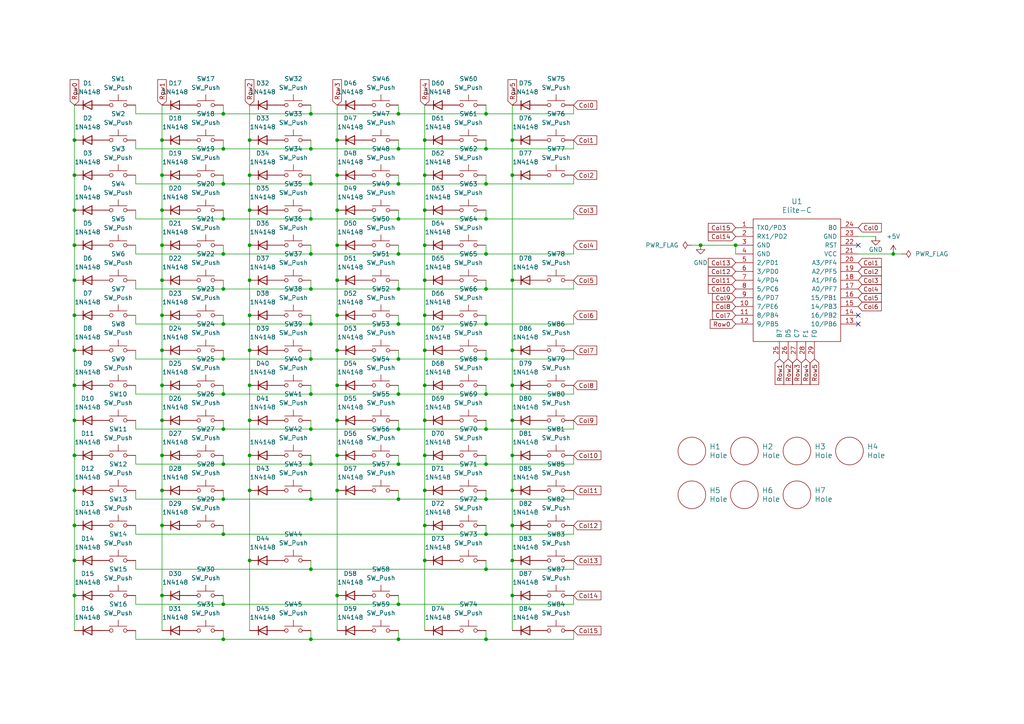
<source format=kicad_sch>
(kicad_sch (version 20231120) (generator "eeschema") (generator_version "8.0")
  (paper "A4")
  (title_block (title "Post-Mechanical Left Compact") (date "2025-01-10") (rev "2.0") (company "Quixotic Keyboards, LLC") (comment 2 "Final for the new tight case and future minimalist case"))
  (lib_symbols
    (symbol "Diode:1N4148" (pin_numbers hide) (pin_names hide)
      (property "Reference" "D" (at 0 2.54 0))
      (property "Value" "1N4148" (at 0 -2.54 0))
      (symbol "1N4148_1_1"
        (pin passive line (at -3.81 0 0) (length 2.54) (name "K") (number "1"))
        (pin passive line (at 3.81 0 180) (length 2.54) (name "A") (number "2"))
      )
    )
    (symbol "Keebio_Parts:Elite-C" (pin_names (offset 1.016))
      (property "Reference" "U" (at 0 0 0))
      (property "Value" "Elite-C" (at 0 2.54 0))
      (symbol "Elite-C_1_1"
        (pin input line (at -17.78 13.97 0) (length 5.08) (name "TX0/PD3") (number "1"))
        (pin input line (at -17.78 -8.89 0) (length 5.08) (name "7/PE6") (number "10"))
        (pin input line (at -17.78 -11.43 0) (length 5.08) (name "8/PB4") (number "11"))
        (pin input line (at -17.78 -13.97 0) (length 5.08) (name "9/PB5") (number "12"))
        (pin input line (at 17.78 -13.97 180) (length 5.08) (name "10/PB6") (number "13"))
        (pin input line (at 17.78 -11.43 180) (length 5.08) (name "16/PB2") (number "14"))
        (pin input line (at 17.78 -8.89 180) (length 5.08) (name "14/PB3") (number "15"))
        (pin input line (at 17.78 -6.35 180) (length 5.08) (name "15/PB1") (number "16"))
        (pin input line (at 17.78 -3.81 180) (length 5.08) (name "A0/PF7") (number "17"))
        (pin input line (at 17.78 -1.27 180) (length 5.08) (name "A1/PF6") (number "18"))
        (pin input line (at 17.78 1.27 180) (length 5.08) (name "A2/PF5") (number "19"))
        (pin input line (at -17.78 11.43 0) (length 5.08) (name "RX1/PD2") (number "2"))
        (pin input line (at 17.78 3.81 180) (length 5.08) (name "A3/PF4") (number "20"))
        (pin input line (at 17.78 6.35 180) (length 5.08) (name "VCC") (number "21"))
        (pin input line (at 17.78 8.89 180) (length 5.08) (name "RST") (number "22"))
        (pin input line (at 17.78 11.43 180) (length 5.08) (name "GND") (number "23"))
        (pin input line (at 17.78 13.97 180) (length 5.08) (name "B0") (number "24"))
        (pin input line (at -5.08 -24.13 90) (length 5.08) (name "B7") (number "25"))
        (pin input line (at -2.54 -24.13 90) (length 5.08) (name "D5") (number "26"))
        (pin input line (at 0 -24.13 90) (length 5.08) (name "C7") (number "27"))
        (pin input line (at 2.54 -24.13 90) (length 5.08) (name "F1") (number "28"))
        (pin input line (at 5.08 -24.13 90) (length 5.08) (name "F0") (number "29"))
        (pin input line (at -17.78 8.89 0) (length 5.08) (name "GND") (number "3"))
        (pin input line (at -17.78 6.35 0) (length 5.08) (name "GND") (number "4"))
        (pin input line (at -17.78 3.81 0) (length 5.08) (name "2/PD1") (number "5"))
        (pin input line (at -17.78 1.27 0) (length 5.08) (name "3/PD0") (number "6"))
        (pin input line (at -17.78 -1.27 0) (length 5.08) (name "4/PD4") (number "7"))
        (pin input line (at -17.78 -3.81 0) (length 5.08) (name "5/PC6") (number "8"))
        (pin input line (at -17.78 -6.35 0) (length 5.08) (name "6/PD7") (number "9"))
      )
    )
    (symbol "Switch:SW_Push" (pin_numbers hide) (pin_names (offset 1.016) hide)
      (property "Reference" "SW" (at 1.27 2.54 0))
      (property "Value" "SW_Push" (at 0 -1.524 0))
      (symbol "SW_Push_0_1"
        (pin passive line (at -5.08 0 0) (length 2.54) (name "1") (number "1"))
        (pin passive line (at 5.08 0 180) (length 2.54) (name "2") (number "2"))
      )
    )
    (symbol "keebio:Hole" (pin_names (offset 1.016))
      (property "Reference" "H" (at 0 -1.27 0))
      (property "Value" "Hole" (at 0 1.27 0))
    )
    (symbol "power:+5V" (power) (pin_numbers hide) (pin_names (offset 0) hide)
      (property "Value" "+5V" (at 0 3.556 0))
      (symbol "+5V_1_1"
        (pin power_in line (at 0 0 90) (length 0) (name "~") (number "1"))
      )
    )
    (symbol "power:GND" (power) (pin_numbers hide) (pin_names (offset 0) hide)
      (property "Value" "GND" (at 0 -3.81 0))
      (symbol "GND_1_1"
        (pin power_in line (at 0 0 270) (length 0) (name "~") (number "1"))
      )
    )
    (symbol "power:PWR_FLAG" (power) (pin_numbers hide) (pin_names (offset 0) hide)
      (property "Value" "PWR_FLAG" (at 0 3.81 0))
      (symbol "PWR_FLAG_0_0"
        (pin power_out line (at 0 0 90) (length 0) (name "~") (number "1"))
      )
    )
  )
  (junction (at 64.77 114.3))
  (junction (at 97.79 132.08))
  (junction (at 72.39 132.08))
  (junction (at 64.77 63.5))
  (junction (at 259.08 73.66))
  (junction (at 21.59 142.24))
  (junction (at 115.57 43.18))
  (junction (at 46.99 121.92))
  (junction (at 21.59 50.8))
  (junction (at 46.99 111.76))
  (junction (at 140.97 185.42))
  (junction (at 140.97 83.82))
  (junction (at 90.17 104.14))
  (junction (at 97.79 50.8))
  (junction (at 90.17 93.98))
  (junction (at 115.57 53.34))
  (junction (at 123.19 132.08))
  (junction (at 46.99 50.8))
  (junction (at 21.59 81.28))
  (junction (at 21.59 172.72))
  (junction (at 140.97 63.5))
  (junction (at 115.57 63.5))
  (junction (at 148.59 81.28))
  (junction (at 90.17 124.46))
  (junction (at 90.17 185.42))
  (junction (at 64.77 83.82))
  (junction (at 123.19 101.6))
  (junction (at 46.99 71.12))
  (junction (at 115.57 144.78))
  (junction (at 203.2 71.12))
  (junction (at 90.17 53.34))
  (junction (at 90.17 73.66))
  (junction (at 148.59 121.92))
  (junction (at 97.79 101.6))
  (junction (at 64.77 185.42))
  (junction (at 115.57 83.82))
  (junction (at 64.77 144.78))
  (junction (at 46.99 40.64))
  (junction (at 115.57 33.02))
  (junction (at 64.77 73.66))
  (junction (at 97.79 60.96))
  (junction (at 64.77 43.18))
  (junction (at 72.39 91.44))
  (junction (at 115.57 114.3))
  (junction (at 21.59 60.96))
  (junction (at 123.19 91.44))
  (junction (at 148.59 142.24))
  (junction (at 115.57 185.42))
  (junction (at 90.17 114.3))
  (junction (at 90.17 63.5))
  (junction (at 140.97 154.94))
  (junction (at 115.57 175.26))
  (junction (at 97.79 121.92))
  (junction (at 97.79 91.44))
  (junction (at 46.99 60.96))
  (junction (at 123.19 121.92))
  (junction (at 90.17 33.02))
  (junction (at 213.36 71.12))
  (junction (at 115.57 124.46))
  (junction (at 97.79 172.72))
  (junction (at 72.39 111.76))
  (junction (at 72.39 142.24))
  (junction (at 21.59 71.12))
  (junction (at 140.97 114.3))
  (junction (at 90.17 134.62))
  (junction (at 148.59 152.4))
  (junction (at 21.59 121.92))
  (junction (at 148.59 132.08))
  (junction (at 72.39 50.8))
  (junction (at 140.97 73.66))
  (junction (at 123.19 81.28))
  (junction (at 97.79 71.12))
  (junction (at 46.99 91.44))
  (junction (at 148.59 101.6))
  (junction (at 64.77 53.34))
  (junction (at 64.77 154.94))
  (junction (at 72.39 71.12))
  (junction (at 123.19 60.96))
  (junction (at 72.39 101.6))
  (junction (at 97.79 111.76))
  (junction (at 46.99 101.6))
  (junction (at 97.79 142.24))
  (junction (at 21.59 152.4))
  (junction (at 123.19 111.76))
  (junction (at 21.59 132.08))
  (junction (at 46.99 152.4))
  (junction (at 97.79 40.64))
  (junction (at 97.79 81.28))
  (junction (at 64.77 93.98))
  (junction (at 21.59 91.44))
  (junction (at 90.17 165.1))
  (junction (at 140.97 144.78))
  (junction (at 115.57 93.98))
  (junction (at 46.99 81.28))
  (junction (at 148.59 50.8))
  (junction (at 148.59 40.64))
  (junction (at 140.97 93.98))
  (junction (at 64.77 134.62))
  (junction (at 148.59 162.56))
  (junction (at 72.39 60.96))
  (junction (at 115.57 134.62))
  (junction (at 64.77 124.46))
  (junction (at 90.17 83.82))
  (junction (at 115.57 104.14))
  (junction (at 140.97 134.62))
  (junction (at 72.39 81.28))
  (junction (at 21.59 40.64))
  (junction (at 90.17 43.18))
  (junction (at 140.97 165.1))
  (junction (at 148.59 111.76))
  (junction (at 140.97 33.02))
  (junction (at 46.99 172.72))
  (junction (at 46.99 142.24))
  (junction (at 140.97 53.34))
  (junction (at 64.77 104.14))
  (junction (at 148.59 172.72))
  (junction (at 123.19 142.24))
  (junction (at 21.59 101.6))
  (junction (at 46.99 132.08))
  (junction (at 64.77 33.02))
  (junction (at 123.19 71.12))
  (junction (at 72.39 162.56))
  (junction (at 140.97 43.18))
  (junction (at 64.77 175.26))
  (junction (at 72.39 121.92))
  (junction (at 115.57 73.66))
  (junction (at 123.19 50.8))
  (junction (at 123.19 152.4))
  (junction (at 21.59 162.56))
  (junction (at 123.19 40.64))
  (junction (at 140.97 104.14))
  (junction (at 90.17 144.78))
  (junction (at 123.19 162.56))
  (junction (at 21.59 111.76))
  (junction (at 72.39 40.64))
  (junction (at 140.97 124.46))
  (no_connect (at 248.92 71.12))
  (no_connect (at 248.92 93.98))
  (no_connect (at 248.92 91.44))
  (wire (pts (xy 90.17 43.18) (xy 115.57 43.18)))
  (wire (pts (xy 90.17 81.28) (xy 90.17 83.82)))
  (wire (pts (xy 90.17 83.82) (xy 115.57 83.82)))
  (wire (pts (xy 140.97 104.14) (xy 166.37 104.14)))
  (wire (pts (xy 90.17 91.44) (xy 90.17 93.98)))
  (wire (pts (xy 90.17 71.12) (xy 90.17 73.66)))
  (wire (pts (xy 115.57 142.24) (xy 115.57 144.78)))
  (wire (pts (xy 21.59 142.24) (xy 21.59 152.4)))
  (wire (pts (xy 64.77 63.5) (xy 90.17 63.5)))
  (wire (pts (xy 46.99 152.4) (xy 46.99 172.72)))
  (wire (pts (xy 97.79 81.28) (xy 97.79 91.44)))
  (wire (pts (xy 21.59 71.12) (xy 21.59 81.28)))
  (wire (pts (xy 64.77 73.66) (xy 90.17 73.66)))
  (wire (pts (xy 72.39 132.08) (xy 72.39 142.24)))
  (wire (pts (xy 140.97 165.1) (xy 166.37 165.1)))
  (wire (pts (xy 46.99 50.8) (xy 46.99 60.96)))
  (wire (pts (xy 166.37 111.76) (xy 166.37 114.3)))
  (wire (pts (xy 39.37 172.72) (xy 39.37 175.26)))
  (wire (pts (xy 140.97 71.12) (xy 140.97 73.66)))
  (wire (pts (xy 39.37 144.78) (xy 64.77 144.78)))
  (wire (pts (xy 140.97 81.28) (xy 140.97 83.82)))
  (wire (pts (xy 97.79 142.24) (xy 97.79 172.72)))
  (wire (pts (xy 64.77 152.4) (xy 64.77 154.94)))
  (wire (pts (xy 39.37 81.28) (xy 39.37 83.82)))
  (wire (pts (xy 64.77 81.28) (xy 64.77 83.82)))
  (wire (pts (xy 140.97 60.96) (xy 140.97 63.5)))
  (wire (pts (xy 115.57 132.08) (xy 115.57 134.62)))
  (wire (pts (xy 21.59 152.4) (xy 21.59 162.56)))
  (wire (pts (xy 39.37 182.88) (xy 39.37 185.42)))
  (wire (pts (xy 213.36 71.12) (xy 213.36 73.66)))
  (wire (pts (xy 115.57 134.62) (xy 140.97 134.62)))
  (wire (pts (xy 90.17 124.46) (xy 115.57 124.46)))
  (wire (pts (xy 166.37 162.56) (xy 166.37 165.1)))
  (wire (pts (xy 140.97 43.18) (xy 166.37 43.18)))
  (wire (pts (xy 21.59 121.92) (xy 21.59 132.08)))
  (wire (pts (xy 39.37 152.4) (xy 39.37 154.94)))
  (wire (pts (xy 115.57 63.5) (xy 140.97 63.5)))
  (wire (pts (xy 72.39 101.6) (xy 72.39 111.76)))
  (wire (pts (xy 97.79 30.48) (xy 97.79 40.64)))
  (wire (pts (xy 166.37 142.24) (xy 166.37 144.78)))
  (wire (pts (xy 140.97 93.98) (xy 166.37 93.98)))
  (wire (pts (xy 90.17 185.42) (xy 115.57 185.42)))
  (wire (pts (xy 123.19 111.76) (xy 123.19 121.92)))
  (wire (pts (xy 115.57 111.76) (xy 115.57 114.3)))
  (wire (pts (xy 21.59 30.48) (xy 21.59 40.64)))
  (wire (pts (xy 97.79 111.76) (xy 97.79 121.92)))
  (wire (pts (xy 90.17 165.1) (xy 140.97 165.1)))
  (wire (pts (xy 90.17 50.8) (xy 90.17 53.34)))
  (wire (pts (xy 39.37 40.64) (xy 39.37 43.18)))
  (wire (pts (xy 90.17 53.34) (xy 115.57 53.34)))
  (wire (pts (xy 90.17 101.6) (xy 90.17 104.14)))
  (wire (pts (xy 46.99 101.6) (xy 46.99 111.76)))
  (wire (pts (xy 64.77 40.64) (xy 64.77 43.18)))
  (wire (pts (xy 148.59 50.8) (xy 148.59 81.28)))
  (wire (pts (xy 166.37 101.6) (xy 166.37 104.14)))
  (wire (pts (xy 39.37 185.42) (xy 64.77 185.42)))
  (wire (pts (xy 64.77 93.98) (xy 90.17 93.98)))
  (wire (pts (xy 90.17 104.14) (xy 115.57 104.14)))
  (wire (pts (xy 115.57 43.18) (xy 140.97 43.18)))
  (wire (pts (xy 115.57 175.26) (xy 166.37 175.26)))
  (wire (pts (xy 39.37 175.26) (xy 64.77 175.26)))
  (wire (pts (xy 140.97 40.64) (xy 140.97 43.18)))
  (wire (pts (xy 166.37 30.48) (xy 166.37 33.02)))
  (wire (pts (xy 21.59 40.64) (xy 21.59 50.8)))
  (wire (pts (xy 90.17 121.92) (xy 90.17 124.46)))
  (wire (pts (xy 72.39 162.56) (xy 72.39 182.88)))
  (wire (pts (xy 46.99 81.28) (xy 46.99 91.44)))
  (wire (pts (xy 115.57 33.02) (xy 140.97 33.02)))
  (wire (pts (xy 64.77 104.14) (xy 90.17 104.14)))
  (wire (pts (xy 21.59 162.56) (xy 21.59 172.72)))
  (wire (pts (xy 72.39 142.24) (xy 72.39 162.56)))
  (wire (pts (xy 72.39 111.76) (xy 72.39 121.92)))
  (wire (pts (xy 115.57 53.34) (xy 140.97 53.34)))
  (wire (pts (xy 115.57 172.72) (xy 115.57 175.26)))
  (wire (pts (xy 148.59 111.76) (xy 148.59 121.92)))
  (wire (pts (xy 72.39 121.92) (xy 72.39 132.08)))
  (wire (pts (xy 21.59 60.96) (xy 21.59 71.12)))
  (wire (pts (xy 123.19 40.64) (xy 123.19 50.8)))
  (wire (pts (xy 39.37 33.02) (xy 64.77 33.02)))
  (wire (pts (xy 39.37 124.46) (xy 64.77 124.46)))
  (wire (pts (xy 39.37 111.76) (xy 39.37 114.3)))
  (wire (pts (xy 46.99 132.08) (xy 46.99 142.24)))
  (wire (pts (xy 140.97 121.92) (xy 140.97 124.46)))
  (wire (pts (xy 115.57 91.44) (xy 115.57 93.98)))
  (wire (pts (xy 140.97 152.4) (xy 140.97 154.94)))
  (wire (pts (xy 140.97 63.5) (xy 166.37 63.5)))
  (wire (pts (xy 248.92 73.66) (xy 259.08 73.66)))
  (wire (pts (xy 39.37 104.14) (xy 64.77 104.14)))
  (wire (pts (xy 140.97 91.44) (xy 140.97 93.98)))
  (wire (pts (xy 21.59 172.72) (xy 21.59 182.88)))
  (wire (pts (xy 64.77 83.82) (xy 90.17 83.82)))
  (wire (pts (xy 123.19 121.92) (xy 123.19 132.08)))
  (wire (pts (xy 97.79 71.12) (xy 97.79 81.28)))
  (wire (pts (xy 72.39 30.48) (xy 72.39 40.64)))
  (wire (pts (xy 200.66 71.12) (xy 203.2 71.12)))
  (wire (pts (xy 148.59 30.48) (xy 148.59 40.64)))
  (wire (pts (xy 90.17 30.48) (xy 90.17 33.02)))
  (wire (pts (xy 115.57 71.12) (xy 115.57 73.66)))
  (wire (pts (xy 115.57 81.28) (xy 115.57 83.82)))
  (wire (pts (xy 148.59 101.6) (xy 148.59 111.76)))
  (wire (pts (xy 39.37 142.24) (xy 39.37 144.78)))
  (wire (pts (xy 64.77 132.08) (xy 64.77 134.62)))
  (wire (pts (xy 148.59 142.24) (xy 148.59 152.4)))
  (wire (pts (xy 166.37 71.12) (xy 166.37 73.66)))
  (wire (pts (xy 97.79 101.6) (xy 97.79 111.76)))
  (wire (pts (xy 72.39 71.12) (xy 72.39 81.28)))
  (wire (pts (xy 64.77 53.34) (xy 90.17 53.34)))
  (wire (pts (xy 115.57 124.46) (xy 140.97 124.46)))
  (wire (pts (xy 115.57 182.88) (xy 115.57 185.42)))
  (wire (pts (xy 21.59 132.08) (xy 21.59 142.24)))
  (wire (pts (xy 115.57 40.64) (xy 115.57 43.18)))
  (wire (pts (xy 140.97 33.02) (xy 166.37 33.02)))
  (wire (pts (xy 261.62 73.66) (xy 259.08 73.66)))
  (wire (pts (xy 46.99 142.24) (xy 46.99 152.4)))
  (wire (pts (xy 166.37 40.64) (xy 166.37 43.18)))
  (wire (pts (xy 64.77 43.18) (xy 90.17 43.18)))
  (wire (pts (xy 97.79 91.44) (xy 97.79 101.6)))
  (wire (pts (xy 39.37 93.98) (xy 64.77 93.98)))
  (wire (pts (xy 140.97 154.94) (xy 166.37 154.94)))
  (wire (pts (xy 72.39 81.28) (xy 72.39 91.44)))
  (wire (pts (xy 39.37 73.66) (xy 64.77 73.66)))
  (wire (pts (xy 140.97 134.62) (xy 166.37 134.62)))
  (wire (pts (xy 39.37 43.18) (xy 64.77 43.18)))
  (wire (pts (xy 148.59 172.72) (xy 148.59 182.88)))
  (wire (pts (xy 148.59 81.28) (xy 148.59 101.6)))
  (wire (pts (xy 140.97 182.88) (xy 140.97 185.42)))
  (wire (pts (xy 64.77 124.46) (xy 90.17 124.46)))
  (wire (pts (xy 64.77 144.78) (xy 90.17 144.78)))
  (wire (pts (xy 39.37 101.6) (xy 39.37 104.14)))
  (wire (pts (xy 90.17 63.5) (xy 115.57 63.5)))
  (wire (pts (xy 123.19 30.48) (xy 123.19 40.64)))
  (wire (pts (xy 64.77 71.12) (xy 64.77 73.66)))
  (wire (pts (xy 46.99 91.44) (xy 46.99 101.6)))
  (wire (pts (xy 64.77 91.44) (xy 64.77 93.98)))
  (wire (pts (xy 90.17 142.24) (xy 90.17 144.78)))
  (wire (pts (xy 115.57 60.96) (xy 115.57 63.5)))
  (wire (pts (xy 39.37 83.82) (xy 64.77 83.82)))
  (wire (pts (xy 166.37 50.8) (xy 166.37 53.34)))
  (wire (pts (xy 46.99 71.12) (xy 46.99 81.28)))
  (wire (pts (xy 140.97 53.34) (xy 166.37 53.34)))
  (wire (pts (xy 97.79 50.8) (xy 97.79 60.96)))
  (wire (pts (xy 64.77 60.96) (xy 64.77 63.5)))
  (wire (pts (xy 140.97 83.82) (xy 115.57 83.82)))
  (wire (pts (xy 97.79 121.92) (xy 97.79 132.08)))
  (wire (pts (xy 140.97 73.66) (xy 166.37 73.66)))
  (wire (pts (xy 90.17 73.66) (xy 115.57 73.66)))
  (wire (pts (xy 148.59 121.92) (xy 148.59 132.08)))
  (wire (pts (xy 123.19 132.08) (xy 123.19 142.24)))
  (wire (pts (xy 21.59 91.44) (xy 21.59 101.6)))
  (wire (pts (xy 39.37 30.48) (xy 39.37 33.02)))
  (wire (pts (xy 64.77 33.02) (xy 90.17 33.02)))
  (wire (pts (xy 90.17 40.64) (xy 90.17 43.18)))
  (wire (pts (xy 97.79 40.64) (xy 97.79 50.8)))
  (wire (pts (xy 140.97 30.48) (xy 140.97 33.02)))
  (wire (pts (xy 39.37 162.56) (xy 39.37 165.1)))
  (wire (pts (xy 39.37 114.3) (xy 64.77 114.3)))
  (wire (pts (xy 148.59 152.4) (xy 148.59 162.56)))
  (wire (pts (xy 90.17 144.78) (xy 115.57 144.78)))
  (wire (pts (xy 46.99 60.96) (xy 46.99 71.12)))
  (wire (pts (xy 148.59 162.56) (xy 148.59 172.72)))
  (wire (pts (xy 115.57 50.8) (xy 115.57 53.34)))
  (wire (pts (xy 90.17 132.08) (xy 90.17 134.62)))
  (wire (pts (xy 64.77 175.26) (xy 115.57 175.26)))
  (wire (pts (xy 140.97 142.24) (xy 140.97 144.78)))
  (wire (pts (xy 166.37 81.28) (xy 166.37 83.82)))
  (wire (pts (xy 21.59 101.6) (xy 21.59 111.76)))
  (wire (pts (xy 115.57 185.42) (xy 140.97 185.42)))
  (wire (pts (xy 97.79 132.08) (xy 97.79 142.24)))
  (wire (pts (xy 90.17 60.96) (xy 90.17 63.5)))
  (wire (pts (xy 64.77 114.3) (xy 90.17 114.3)))
  (wire (pts (xy 64.77 50.8) (xy 64.77 53.34)))
  (wire (pts (xy 64.77 142.24) (xy 64.77 144.78)))
  (wire (pts (xy 90.17 182.88) (xy 90.17 185.42)))
  (wire (pts (xy 46.99 121.92) (xy 46.99 132.08)))
  (wire (pts (xy 166.37 91.44) (xy 166.37 93.98)))
  (wire (pts (xy 115.57 73.66) (xy 140.97 73.66)))
  (wire (pts (xy 140.97 132.08) (xy 140.97 134.62)))
  (wire (pts (xy 123.19 162.56) (xy 123.19 182.88)))
  (wire (pts (xy 90.17 33.02) (xy 115.57 33.02)))
  (wire (pts (xy 46.99 30.48) (xy 46.99 40.64)))
  (wire (pts (xy 97.79 60.96) (xy 97.79 71.12)))
  (wire (pts (xy 123.19 152.4) (xy 123.19 162.56)))
  (wire (pts (xy 39.37 53.34) (xy 64.77 53.34)))
  (wire (pts (xy 64.77 30.48) (xy 64.77 33.02)))
  (wire (pts (xy 39.37 63.5) (xy 64.77 63.5)))
  (wire (pts (xy 21.59 81.28) (xy 21.59 91.44)))
  (wire (pts (xy 140.97 185.42) (xy 166.37 185.42)))
  (wire (pts (xy 64.77 172.72) (xy 64.77 175.26)))
  (wire (pts (xy 123.19 60.96) (xy 123.19 71.12)))
  (wire (pts (xy 115.57 101.6) (xy 115.57 104.14)))
  (wire (pts (xy 39.37 154.94) (xy 64.77 154.94)))
  (wire (pts (xy 39.37 71.12) (xy 39.37 73.66)))
  (wire (pts (xy 46.99 111.76) (xy 46.99 121.92)))
  (wire (pts (xy 64.77 154.94) (xy 140.97 154.94)))
  (wire (pts (xy 72.39 60.96) (xy 72.39 71.12)))
  (wire (pts (xy 64.77 134.62) (xy 90.17 134.62)))
  (wire (pts (xy 90.17 111.76) (xy 90.17 114.3)))
  (wire (pts (xy 39.37 91.44) (xy 39.37 93.98)))
  (wire (pts (xy 46.99 172.72) (xy 46.99 182.88)))
  (wire (pts (xy 72.39 50.8) (xy 72.39 60.96)))
  (wire (pts (xy 39.37 121.92) (xy 39.37 124.46)))
  (wire (pts (xy 115.57 30.48) (xy 115.57 33.02)))
  (wire (pts (xy 115.57 144.78) (xy 140.97 144.78)))
  (wire (pts (xy 140.97 111.76) (xy 140.97 114.3)))
  (wire (pts (xy 248.92 68.58) (xy 254 68.58)))
  (wire (pts (xy 166.37 121.92) (xy 166.37 124.46)))
  (wire (pts (xy 64.77 111.76) (xy 64.77 114.3)))
  (wire (pts (xy 148.59 132.08) (xy 148.59 142.24)))
  (wire (pts (xy 148.59 40.64) (xy 148.59 50.8)))
  (wire (pts (xy 115.57 104.14) (xy 140.97 104.14)))
  (wire (pts (xy 140.97 83.82) (xy 166.37 83.82)))
  (wire (pts (xy 140.97 114.3) (xy 166.37 114.3)))
  (wire (pts (xy 140.97 124.46) (xy 166.37 124.46)))
  (wire (pts (xy 140.97 50.8) (xy 140.97 53.34)))
  (wire (pts (xy 166.37 132.08) (xy 166.37 134.62)))
  (wire (pts (xy 90.17 134.62) (xy 115.57 134.62)))
  (wire (pts (xy 46.99 40.64) (xy 46.99 50.8)))
  (wire (pts (xy 123.19 50.8) (xy 123.19 60.96)))
  (wire (pts (xy 39.37 134.62) (xy 64.77 134.62)))
  (wire (pts (xy 21.59 111.76) (xy 21.59 121.92)))
  (wire (pts (xy 64.77 182.88) (xy 64.77 185.42)))
  (wire (pts (xy 115.57 93.98) (xy 140.97 93.98)))
  (wire (pts (xy 72.39 40.64) (xy 72.39 50.8)))
  (wire (pts (xy 166.37 60.96) (xy 166.37 63.5)))
  (wire (pts (xy 123.19 101.6) (xy 123.19 111.76)))
  (wire (pts (xy 123.19 142.24) (xy 123.19 152.4)))
  (wire (pts (xy 166.37 152.4) (xy 166.37 154.94)))
  (wire (pts (xy 123.19 71.12) (xy 123.19 81.28)))
  (wire (pts (xy 90.17 114.3) (xy 115.57 114.3)))
  (wire (pts (xy 39.37 165.1) (xy 90.17 165.1)))
  (wire (pts (xy 39.37 132.08) (xy 39.37 134.62)))
  (wire (pts (xy 64.77 185.42) (xy 90.17 185.42)))
  (wire (pts (xy 90.17 93.98) (xy 115.57 93.98)))
  (wire (pts (xy 97.79 172.72) (xy 97.79 182.88)))
  (wire (pts (xy 115.57 121.92) (xy 115.57 124.46)))
  (wire (pts (xy 64.77 101.6) (xy 64.77 104.14)))
  (wire (pts (xy 123.19 91.44) (xy 123.19 101.6)))
  (wire (pts (xy 140.97 101.6) (xy 140.97 104.14)))
  (wire (pts (xy 166.37 172.72) (xy 166.37 175.26)))
  (wire (pts (xy 39.37 50.8) (xy 39.37 53.34)))
  (wire (pts (xy 140.97 162.56) (xy 140.97 165.1)))
  (wire (pts (xy 72.39 91.44) (xy 72.39 101.6)))
  (wire (pts (xy 39.37 60.96) (xy 39.37 63.5)))
  (wire (pts (xy 140.97 144.78) (xy 166.37 144.78)))
  (wire (pts (xy 115.57 114.3) (xy 140.97 114.3)))
  (wire (pts (xy 21.59 50.8) (xy 21.59 60.96)))
  (wire (pts (xy 64.77 121.92) (xy 64.77 124.46)))
  (wire (pts (xy 90.17 162.56) (xy 90.17 165.1)))
  (wire (pts (xy 166.37 182.88) (xy 166.37 185.42)))
  (wire (pts (xy 123.19 81.28) (xy 123.19 91.44)))
  (wire (pts (xy 203.2 71.12) (xy 213.36 71.12)))
  (global_label "Col3" (shape input) (at 248.92 81.28 0) (property "Intersheetrefs" "${INTERSHEET_REFS}" (effects (hide yes))))
  (global_label "Col7" (shape input) (at 166.37 101.6 0) (property "Intersheetrefs" "${INTERSHEET_REFS}" (effects (hide yes))))
  (global_label "Col15" (shape input) (at 213.36 66.04 180) (property "Intersheetrefs" "${INTERSHEET_REFS}" (effects (hide yes))))
  (global_label "Col14" (shape input) (at 213.36 68.58 180) (property "Intersheetrefs" "${INTERSHEET_REFS}" (effects (hide yes))))
  (global_label "Col12" (shape input) (at 166.37 152.4 0) (property "Intersheetrefs" "${INTERSHEET_REFS}" (effects (hide yes))))
  (global_label "Row5" (shape input) (at 148.59 30.48 90) (property "Intersheetrefs" "${INTERSHEET_REFS}" (effects (hide yes))))
  (global_label "Col4" (shape input) (at 166.37 71.12 0) (property "Intersheetrefs" "${INTERSHEET_REFS}" (effects (hide yes))))
  (global_label "Col9" (shape input) (at 166.37 121.92 0) (property "Intersheetrefs" "${INTERSHEET_REFS}" (effects (hide yes))))
  (global_label "Col13" (shape input) (at 213.36 76.2 180) (property "Intersheetrefs" "${INTERSHEET_REFS}" (effects (hide yes))))
  (global_label "Row5" (shape input) (at 236.22 104.14 270) (property "Intersheetrefs" "${INTERSHEET_REFS}" (effects (hide yes))))
  (global_label "Row1" (shape input) (at 46.99 30.48 90) (property "Intersheetrefs" "${INTERSHEET_REFS}" (effects (hide yes))))
  (global_label "Col3" (shape input) (at 166.37 60.96 0) (property "Intersheetrefs" "${INTERSHEET_REFS}" (effects (hide yes))))
  (global_label "Col12" (shape input) (at 213.36 78.74 180) (property "Intersheetrefs" "${INTERSHEET_REFS}" (effects (hide yes))))
  (global_label "Col1" (shape input) (at 166.37 40.64 0) (property "Intersheetrefs" "${INTERSHEET_REFS}" (effects (hide yes))))
  (global_label "Col2" (shape input) (at 248.92 78.74 0) (property "Intersheetrefs" "${INTERSHEET_REFS}" (effects (hide yes))))
  (global_label "Row4" (shape input) (at 233.68 104.14 270) (property "Intersheetrefs" "${INTERSHEET_REFS}" (effects (hide yes))))
  (global_label "Row1" (shape input) (at 226.06 104.14 270) (property "Intersheetrefs" "${INTERSHEET_REFS}" (effects (hide yes))))
  (global_label "Col9" (shape input) (at 213.36 86.36 180) (property "Intersheetrefs" "${INTERSHEET_REFS}" (effects (hide yes))))
  (global_label "Col14" (shape input) (at 166.37 172.72 0) (property "Intersheetrefs" "${INTERSHEET_REFS}" (effects (hide yes))))
  (global_label "Col10" (shape input) (at 166.37 132.08 0) (property "Intersheetrefs" "${INTERSHEET_REFS}" (effects (hide yes))))
  (global_label "Col7" (shape input) (at 213.36 91.44 180) (property "Intersheetrefs" "${INTERSHEET_REFS}" (effects (hide yes))))
  (global_label "Col4" (shape input) (at 248.92 83.82 0) (property "Intersheetrefs" "${INTERSHEET_REFS}" (effects (hide yes))))
  (global_label "Col0" (shape input) (at 248.92 66.04 0) (property "Intersheetrefs" "${INTERSHEET_REFS}" (effects (hide yes))))
  (global_label "Col0" (shape input) (at 166.37 30.48 0) (property "Intersheetrefs" "${INTERSHEET_REFS}" (effects (hide yes))))
  (global_label "Col1" (shape input) (at 248.92 76.2 0) (property "Intersheetrefs" "${INTERSHEET_REFS}" (effects (hide yes))))
  (global_label "Row3" (shape input) (at 97.79 30.48 90) (property "Intersheetrefs" "${INTERSHEET_REFS}" (effects (hide yes))))
  (global_label "Col8" (shape input) (at 213.36 88.9 180) (property "Intersheetrefs" "${INTERSHEET_REFS}" (effects (hide yes))))
  (global_label "Col10" (shape input) (at 213.36 83.82 180) (property "Intersheetrefs" "${INTERSHEET_REFS}" (effects (hide yes))))
  (global_label "Col6" (shape input) (at 248.92 88.9 0) (property "Intersheetrefs" "${INTERSHEET_REFS}" (effects (hide yes))))
  (global_label "Row0" (shape input) (at 21.59 30.48 90) (property "Intersheetrefs" "${INTERSHEET_REFS}" (effects (hide yes))))
  (global_label "Col5" (shape input) (at 166.37 81.28 0) (property "Intersheetrefs" "${INTERSHEET_REFS}" (effects (hide yes))))
  (global_label "Row4" (shape input) (at 123.19 30.48 90) (property "Intersheetrefs" "${INTERSHEET_REFS}" (effects (hide yes))))
  (global_label "Row2" (shape input) (at 72.39 30.48 90) (property "Intersheetrefs" "${INTERSHEET_REFS}" (effects (hide yes))))
  (global_label "Row0" (shape input) (at 213.36 93.98 180) (property "Intersheetrefs" "${INTERSHEET_REFS}" (effects (hide yes))))
  (global_label "Col11" (shape input) (at 166.37 142.24 0) (property "Intersheetrefs" "${INTERSHEET_REFS}" (effects (hide yes))))
  (global_label "Col5" (shape input) (at 248.92 86.36 0) (property "Intersheetrefs" "${INTERSHEET_REFS}" (effects (hide yes))))
  (global_label "Row2" (shape input) (at 228.6 104.14 270) (property "Intersheetrefs" "${INTERSHEET_REFS}" (effects (hide yes))))
  (global_label "Col8" (shape input) (at 166.37 111.76 0) (property "Intersheetrefs" "${INTERSHEET_REFS}" (effects (hide yes))))
  (global_label "Col15" (shape input) (at 166.37 182.88 0) (property "Intersheetrefs" "${INTERSHEET_REFS}" (effects (hide yes))))
  (global_label "Col6" (shape input) (at 166.37 91.44 0) (property "Intersheetrefs" "${INTERSHEET_REFS}" (effects (hide yes))))
  (global_label "Col11" (shape input) (at 213.36 81.28 180) (property "Intersheetrefs" "${INTERSHEET_REFS}" (effects (hide yes))))
  (global_label "Row3" (shape input) (at 231.14 104.14 270) (property "Intersheetrefs" "${INTERSHEET_REFS}" (effects (hide yes))))
  (global_label "Col13" (shape input) (at 166.37 162.56 0) (property "Intersheetrefs" "${INTERSHEET_REFS}" (effects (hide yes))))
  (global_label "Col2" (shape input) (at 166.37 50.8 0) (property "Intersheetrefs" "${INTERSHEET_REFS}" (effects (hide yes))))
  (symbol (lib_id "Switch:SW_Push") (at 161.29 142.24 0) (unit 1)
    (property "Reference" "SW85" (at 161.29 134.62 0))
    (property "Value" "SW_Push" (at 161.29 137.16 0))
    (property "Footprint" "Button_Switch_Keyboard:SW_Cherry_MX_1.00u_PCB" (effects (hide yes)))
    (property "Description" "Push button switch, generic, two pins" (effects (hide yes)))
  )
  (symbol (lib_id "Diode:1N4148") (at 25.4 172.72 0) (unit 1)
    (property "Reference" "D15" (at 25.4 166.37 0))
    (property "Value" "1N4148" (at 25.4 168.91 0))
    (property "Footprint" "Diode_THT:D_DO-35_SOD27_P7.62mm_Horizontal" (effects (hide yes)))
    (property "Datasheet" "https://assets.nexperia.com/documents/data-sheet/1N4148_1N4448.pdf" (effects (hide yes)))
    (property "Description" "100V 0.15A standard switching diode, DO-35" (effects (hide yes)))
    (property "Sim.Device" "D" (effects (hide yes)))
    (property "Sim.Pins" "1=K 2=A" (effects (hide yes)))
  )
  (symbol (lib_id "Switch:SW_Push") (at 161.29 81.28 0) (unit 1)
    (property "Reference" "SW78" (at 161.29 73.66 0))
    (property "Value" "SW_Push" (at 161.29 76.2 0))
    (property "Footprint" "Dholydai_MX:SW_Ch_Inv_MX_6.00u_PCB_Stagger" (effects (hide yes)))
    (property "Description" "Push button switch, generic, two pins" (effects (hide yes)))
  )
  (symbol (lib_id "Switch:SW_Push") (at 34.29 91.44 0) (unit 1)
    (property "Reference" "SW7" (at 34.29 83.82 0))
    (property "Value" "SW_Push" (at 34.29 86.36 0))
    (property "Footprint" "Button_Switch_Keyboard:SW_Cherry_MX_1.00u_PCB" (effects (hide yes)))
    (property "Description" "Push button switch, generic, two pins" (effects (hide yes)))
  )
  (symbol (lib_id "Diode:1N4148") (at 76.2 30.48 0) (unit 1)
    (property "Reference" "D32" (at 76.2 24.13 0))
    (property "Value" "1N4148" (at 76.2 26.67 0))
    (property "Footprint" "Diode_THT:D_DO-35_SOD27_P7.62mm_Horizontal" (effects (hide yes)))
    (property "Datasheet" "https://assets.nexperia.com/documents/data-sheet/1N4148_1N4448.pdf" (effects (hide yes)))
    (property "Description" "100V 0.15A standard switching diode, DO-35" (effects (hide yes)))
    (property "Sim.Device" "D" (effects (hide yes)))
    (property "Sim.Pins" "1=K 2=A" (effects (hide yes)))
  )
  (symbol (lib_id "Switch:SW_Push") (at 161.29 40.64 0) (unit 1)
    (property "Reference" "SW76" (at 161.29 33.02 0))
    (property "Value" "SW_Push" (at 161.29 35.56 0))
    (property "Footprint" "Button_Switch_Keyboard:SW_Cherry_MX_1.00u_PCB" (effects (hide yes)))
    (property "Description" "Push button switch, generic, two pins" (effects (hide yes)))
  )
  (symbol (lib_id "Diode:1N4148") (at 25.4 40.64 0) (unit 1)
    (property "Reference" "D2" (at 25.4 34.29 0))
    (property "Value" "1N4148" (at 25.4 36.83 0))
    (property "Footprint" "Diode_THT:D_DO-35_SOD27_P7.62mm_Horizontal" (effects (hide yes)))
    (property "Datasheet" "https://assets.nexperia.com/documents/data-sheet/1N4148_1N4448.pdf" (effects (hide yes)))
    (property "Description" "100V 0.15A standard switching diode, DO-35" (effects (hide yes)))
    (property "Sim.Device" "D" (effects (hide yes)))
    (property "Sim.Pins" "1=K 2=A" (effects (hide yes)))
  )
  (symbol (lib_id "Switch:SW_Push") (at 85.09 182.88 0) (unit 1)
    (property "Reference" "SW45" (at 85.09 175.26 0))
    (property "Value" "SW_Push" (at 85.09 177.8 0))
    (property "Footprint" "Button_Switch_Keyboard:SW_Cherry_MX_1.00u_PCB" (effects (hide yes)))
    (property "Description" "Push button switch, generic, two pins" (effects (hide yes)))
  )
  (symbol (lib_id "Diode:1N4148") (at 101.6 91.44 0) (unit 1)
    (property "Reference" "D52" (at 101.6 85.09 0))
    (property "Value" "1N4148" (at 101.6 87.63 0))
    (property "Footprint" "Diode_THT:D_DO-35_SOD27_P7.62mm_Horizontal" (effects (hide yes)))
    (property "Datasheet" "https://assets.nexperia.com/documents/data-sheet/1N4148_1N4448.pdf" (effects (hide yes)))
    (property "Description" "100V 0.15A standard switching diode, DO-35" (effects (hide yes)))
    (property "Sim.Device" "D" (effects (hide yes)))
    (property "Sim.Pins" "1=K 2=A" (effects (hide yes)))
  )
  (symbol (lib_id "Switch:SW_Push") (at 135.89 71.12 0) (unit 1)
    (property "Reference" "SW64" (at 135.89 63.5 0))
    (property "Value" "SW_Push" (at 135.89 66.04 0))
    (property "Footprint" "Button_Switch_Keyboard:SW_Cherry_MX_1.00u_PCB" (effects (hide yes)))
    (property "Description" "Push button switch, generic, two pins" (effects (hide yes)))
  )
  (symbol (lib_id "power:GND") (at 203.2 71.12 0) (unit 1)
    (property "Reference" "#PWR01" (effects (hide yes)))
    (property "Value" "GND" (at 203.2 76.2 0))
    (property "Description" "Power symbol creates a global label with name \"GND\" , ground" (effects (hide yes)))
  )
  (symbol (lib_id "Switch:SW_Push") (at 110.49 182.88 0) (unit 1)
    (property "Reference" "SW59" (at 110.49 175.26 0))
    (property "Value" "SW_Push" (at 110.49 177.8 0))
    (property "Footprint" "Button_Switch_Keyboard:SW_Cherry_MX_1.00u_PCB" (effects (hide yes)))
    (property "Description" "Push button switch, generic, two pins" (effects (hide yes)))
  )
  (symbol (lib_id "Switch:SW_Push") (at 161.29 50.8 0) (unit 1)
    (property "Reference" "SW77" (at 161.29 43.18 0))
    (property "Value" "SW_Push" (at 161.29 45.72 0))
    (property "Footprint" "Button_Switch_Keyboard:SW_Cherry_MX_1.25u_PCB" (effects (hide yes)))
    (property "Description" "Push button switch, generic, two pins" (effects (hide yes)))
  )
  (symbol (lib_id "Switch:SW_Push") (at 85.09 40.64 0) (unit 1)
    (property "Reference" "SW33" (at 85.09 33.02 0))
    (property "Value" "SW_Push" (at 85.09 35.56 0))
    (property "Footprint" "Button_Switch_Keyboard:SW_Cherry_MX_1.00u_PCB" (effects (hide yes)))
    (property "Description" "Push button switch, generic, two pins" (effects (hide yes)))
  )
  (symbol (lib_id "Diode:1N4148") (at 25.4 142.24 0) (unit 1)
    (property "Reference" "D12" (at 25.4 135.89 0))
    (property "Value" "1N4148" (at 25.4 138.43 0))
    (property "Footprint" "Diode_THT:D_DO-35_SOD27_P7.62mm_Horizontal" (effects (hide yes)))
    (property "Datasheet" "https://assets.nexperia.com/documents/data-sheet/1N4148_1N4448.pdf" (effects (hide yes)))
    (property "Description" "100V 0.15A standard switching diode, DO-35" (effects (hide yes)))
    (property "Sim.Device" "D" (effects (hide yes)))
    (property "Sim.Pins" "1=K 2=A" (effects (hide yes)))
  )
  (symbol (lib_id "Switch:SW_Push") (at 34.29 172.72 0) (unit 1)
    (property "Reference" "SW15" (at 34.29 165.1 0))
    (property "Value" "SW_Push" (at 34.29 167.64 0))
    (property "Footprint" "Button_Switch_Keyboard:SW_Cherry_MX_1.00u_PCB" (effects (hide yes)))
    (property "Description" "Push button switch, generic, two pins" (effects (hide yes)))
  )
  (symbol (lib_id "Diode:1N4148") (at 25.4 91.44 0) (unit 1)
    (property "Reference" "D7" (at 25.4 85.09 0))
    (property "Value" "1N4148" (at 25.4 87.63 0))
    (property "Footprint" "Diode_THT:D_DO-35_SOD27_P7.62mm_Horizontal" (effects (hide yes)))
    (property "Datasheet" "https://assets.nexperia.com/documents/data-sheet/1N4148_1N4448.pdf" (effects (hide yes)))
    (property "Description" "100V 0.15A standard switching diode, DO-35" (effects (hide yes)))
    (property "Sim.Device" "D" (effects (hide yes)))
    (property "Sim.Pins" "1=K 2=A" (effects (hide yes)))
  )
  (symbol (lib_id "Diode:1N4148") (at 76.2 81.28 0) (unit 1)
    (property "Reference" "D37" (at 76.2 74.93 0))
    (property "Value" "1N4148" (at 76.2 77.47 0))
    (property "Footprint" "Diode_THT:D_DO-35_SOD27_P7.62mm_Horizontal" (effects (hide yes)))
    (property "Datasheet" "https://assets.nexperia.com/documents/data-sheet/1N4148_1N4448.pdf" (effects (hide yes)))
    (property "Description" "100V 0.15A standard switching diode, DO-35" (effects (hide yes)))
    (property "Sim.Device" "D" (effects (hide yes)))
    (property "Sim.Pins" "1=K 2=A" (effects (hide yes)))
  )
  (symbol (lib_id "Diode:1N4148") (at 101.6 132.08 0) (unit 1)
    (property "Reference" "D56" (at 101.6 125.73 0))
    (property "Value" "1N4148" (at 101.6 128.27 0))
    (property "Footprint" "Diode_THT:D_DO-35_SOD27_P7.62mm_Horizontal" (effects (hide yes)))
    (property "Datasheet" "https://assets.nexperia.com/documents/data-sheet/1N4148_1N4448.pdf" (effects (hide yes)))
    (property "Description" "100V 0.15A standard switching diode, DO-35" (effects (hide yes)))
    (property "Sim.Device" "D" (effects (hide yes)))
    (property "Sim.Pins" "1=K 2=A" (effects (hide yes)))
  )
  (symbol (lib_id "Diode:1N4148") (at 101.6 60.96 0) (unit 1)
    (property "Reference" "D49" (at 101.6 54.61 0))
    (property "Value" "1N4148" (at 101.6 57.15 0))
    (property "Footprint" "Diode_THT:D_DO-35_SOD27_P7.62mm_Horizontal" (effects (hide yes)))
    (property "Datasheet" "https://assets.nexperia.com/documents/data-sheet/1N4148_1N4448.pdf" (effects (hide yes)))
    (property "Description" "100V 0.15A standard switching diode, DO-35" (effects (hide yes)))
    (property "Sim.Device" "D" (effects (hide yes)))
    (property "Sim.Pins" "1=K 2=A" (effects (hide yes)))
  )
  (symbol (lib_id "Diode:1N4148") (at 101.6 50.8 0) (unit 1)
    (property "Reference" "D48" (at 101.6 44.45 0))
    (property "Value" "1N4148" (at 101.6 46.99 0))
    (property "Footprint" "Diode_THT:D_DO-35_SOD27_P7.62mm_Horizontal" (effects (hide yes)))
    (property "Datasheet" "https://assets.nexperia.com/documents/data-sheet/1N4148_1N4448.pdf" (effects (hide yes)))
    (property "Description" "100V 0.15A standard switching diode, DO-35" (effects (hide yes)))
    (property "Sim.Device" "D" (effects (hide yes)))
    (property "Sim.Pins" "1=K 2=A" (effects (hide yes)))
  )
  (symbol (lib_id "Switch:SW_Push") (at 59.69 132.08 0) (unit 1)
    (property "Reference" "SW27" (at 59.69 124.46 0))
    (property "Value" "SW_Push" (at 59.69 127 0))
    (property "Footprint" "Button_Switch_Keyboard:SW_Cherry_MX_1.00u_PCB" (effects (hide yes)))
    (property "Description" "Push button switch, generic, two pins" (effects (hide yes)))
  )
  (symbol (lib_id "Switch:SW_Push") (at 34.29 152.4 0) (unit 1)
    (property "Reference" "SW13" (at 34.29 144.78 0))
    (property "Value" "SW_Push" (at 34.29 147.32 0))
    (property "Footprint" "Button_Switch_Keyboard:SW_Cherry_MX_1.00u_PCB" (effects (hide yes)))
    (property "Description" "Push button switch, generic, two pins" (effects (hide yes)))
  )
  (symbol (lib_id "keebio:Hole") (at 200.66 130.81 0) (unit 1)
    (property "Reference" "H1" (at 205.74 129.5399 0) (effects (font (size 1.524 1.524)) (justify left)))
    (property "Value" "Hole" (at 205.74 132.0799 0) (effects (font (size 1.524 1.524)) (justify left)))
    (property "Footprint" "MountingHole:MountingHole_3.2mm_M3_Pad" (effects (hide yes)))
  )
  (symbol (lib_id "Switch:SW_Push") (at 110.49 132.08 0) (unit 1)
    (property "Reference" "SW56" (at 110.49 124.46 0))
    (property "Value" "SW_Push" (at 110.49 127 0))
    (property "Footprint" "Button_Switch_Keyboard:SW_Cherry_MX_1.00u_PCB" (effects (hide yes)))
    (property "Description" "Push button switch, generic, two pins" (effects (hide yes)))
  )
  (symbol (lib_id "Switch:SW_Push") (at 135.89 91.44 0) (unit 1)
    (property "Reference" "SW66" (at 135.89 83.82 0))
    (property "Value" "SW_Push" (at 135.89 86.36 0))
    (property "Footprint" "Button_Switch_Keyboard:SW_Cherry_MX_1.00u_PCB" (effects (hide yes)))
    (property "Description" "Push button switch, generic, two pins" (effects (hide yes)))
  )
  (symbol (lib_id "Switch:SW_Push") (at 34.29 111.76 0) (unit 1)
    (property "Reference" "SW9" (at 34.29 104.14 0))
    (property "Value" "SW_Push" (at 34.29 106.68 0))
    (property "Footprint" "Button_Switch_Keyboard:SW_Cherry_MX_1.00u_PCB" (effects (hide yes)))
    (property "Description" "Push button switch, generic, two pins" (effects (hide yes)))
  )
  (symbol (lib_id "Diode:1N4148") (at 50.8 30.48 0) (unit 1)
    (property "Reference" "D17" (at 50.8 24.13 0))
    (property "Value" "1N4148" (at 50.8 26.67 0))
    (property "Footprint" "Diode_THT:D_DO-35_SOD27_P7.62mm_Horizontal" (effects (hide yes)))
    (property "Datasheet" "https://assets.nexperia.com/documents/data-sheet/1N4148_1N4448.pdf" (effects (hide yes)))
    (property "Description" "100V 0.15A standard switching diode, DO-35" (effects (hide yes)))
    (property "Sim.Device" "D" (effects (hide yes)))
    (property "Sim.Pins" "1=K 2=A" (effects (hide yes)))
  )
  (symbol (lib_id "Diode:1N4148") (at 50.8 121.92 0) (unit 1)
    (property "Reference" "D26" (at 50.8 115.57 0))
    (property "Value" "1N4148" (at 50.8 118.11 0))
    (property "Footprint" "Diode_THT:D_DO-35_SOD27_P7.62mm_Horizontal" (effects (hide yes)))
    (property "Datasheet" "https://assets.nexperia.com/documents/data-sheet/1N4148_1N4448.pdf" (effects (hide yes)))
    (property "Description" "100V 0.15A standard switching diode, DO-35" (effects (hide yes)))
    (property "Sim.Device" "D" (effects (hide yes)))
    (property "Sim.Pins" "1=K 2=A" (effects (hide yes)))
  )
  (symbol (lib_id "Diode:1N4148") (at 127 152.4 0) (unit 1)
    (property "Reference" "D72" (at 127 146.05 0))
    (property "Value" "1N4148" (at 127 148.59 0))
    (property "Footprint" "Diode_THT:D_DO-35_SOD27_P7.62mm_Horizontal" (effects (hide yes)))
    (property "Datasheet" "https://assets.nexperia.com/documents/data-sheet/1N4148_1N4448.pdf" (effects (hide yes)))
    (property "Description" "100V 0.15A standard switching diode, DO-35" (effects (hide yes)))
    (property "Sim.Device" "D" (effects (hide yes)))
    (property "Sim.Pins" "1=K 2=A" (effects (hide yes)))
  )
  (symbol (lib_id "Diode:1N4148") (at 101.6 40.64 0) (unit 1)
    (property "Reference" "D47" (at 101.6 34.29 0))
    (property "Value" "1N4148" (at 101.6 36.83 0))
    (property "Footprint" "Diode_THT:D_DO-35_SOD27_P7.62mm_Horizontal" (effects (hide yes)))
    (property "Datasheet" "https://assets.nexperia.com/documents/data-sheet/1N4148_1N4448.pdf" (effects (hide yes)))
    (property "Description" "100V 0.15A standard switching diode, DO-35" (effects (hide yes)))
    (property "Sim.Device" "D" (effects (hide yes)))
    (property "Sim.Pins" "1=K 2=A" (effects (hide yes)))
  )
  (symbol (lib_id "Switch:SW_Push") (at 59.69 142.24 0) (unit 1)
    (property "Reference" "SW28" (at 59.69 134.62 0))
    (property "Value" "SW_Push" (at 59.69 137.16 0))
    (property "Footprint" "Button_Switch_Keyboard:SW_Cherry_MX_1.00u_PCB" (effects (hide yes)))
    (property "Description" "Push button switch, generic, two pins" (effects (hide yes)))
  )
  (symbol (lib_id "Switch:SW_Push") (at 135.89 121.92 0) (unit 1)
    (property "Reference" "SW69" (at 135.89 114.3 0))
    (property "Value" "SW_Push" (at 135.89 116.84 0))
    (property "Footprint" "Button_Switch_Keyboard:SW_Cherry_MX_1.00u_PCB" (effects (hide yes)))
    (property "Description" "Push button switch, generic, two pins" (effects (hide yes)))
  )
  (symbol (lib_id "Diode:1N4148") (at 152.4 30.48 0) (unit 1)
    (property "Reference" "D75" (at 152.4 24.13 0))
    (property "Value" "1N4148" (at 152.4 26.67 0))
    (property "Footprint" "Diode_THT:D_DO-35_SOD27_P7.62mm_Horizontal" (effects (hide yes)))
    (property "Datasheet" "https://assets.nexperia.com/documents/data-sheet/1N4148_1N4448.pdf" (effects (hide yes)))
    (property "Description" "100V 0.15A standard switching diode, DO-35" (effects (hide yes)))
    (property "Sim.Device" "D" (effects (hide yes)))
    (property "Sim.Pins" "1=K 2=A" (effects (hide yes)))
  )
  (symbol (lib_id "Diode:1N4148") (at 127 40.64 0) (unit 1)
    (property "Reference" "D61" (at 127 34.29 0))
    (property "Value" "1N4148" (at 127 36.83 0))
    (property "Footprint" "Diode_THT:D_DO-35_SOD27_P7.62mm_Horizontal" (effects (hide yes)))
    (property "Datasheet" "https://assets.nexperia.com/documents/data-sheet/1N4148_1N4448.pdf" (effects (hide yes)))
    (property "Description" "100V 0.15A standard switching diode, DO-35" (effects (hide yes)))
    (property "Sim.Device" "D" (effects (hide yes)))
    (property "Sim.Pins" "1=K 2=A" (effects (hide yes)))
  )
  (symbol (lib_id "Switch:SW_Push") (at 135.89 101.6 0) (unit 1)
    (property "Reference" "SW67" (at 135.89 93.98 0))
    (property "Value" "SW_Push" (at 135.89 96.52 0))
    (property "Footprint" "Button_Switch_Keyboard:SW_Cherry_MX_1.00u_PCB" (effects (hide yes)))
    (property "Description" "Push button switch, generic, two pins" (effects (hide yes)))
  )
  (symbol (lib_id "Diode:1N4148") (at 101.6 121.92 0) (unit 1)
    (property "Reference" "D55" (at 101.6 115.57 0))
    (property "Value" "1N4148" (at 101.6 118.11 0))
    (property "Footprint" "Diode_THT:D_DO-35_SOD27_P7.62mm_Horizontal" (effects (hide yes)))
    (property "Datasheet" "https://assets.nexperia.com/documents/data-sheet/1N4148_1N4448.pdf" (effects (hide yes)))
    (property "Description" "100V 0.15A standard switching diode, DO-35" (effects (hide yes)))
    (property "Sim.Device" "D" (effects (hide yes)))
    (property "Sim.Pins" "1=K 2=A" (effects (hide yes)))
  )
  (symbol (lib_id "Diode:1N4148") (at 76.2 71.12 0) (unit 1)
    (property "Reference" "D36" (at 76.2 64.77 0))
    (property "Value" "1N4148" (at 76.2 67.31 0))
    (property "Footprint" "Diode_THT:D_DO-35_SOD27_P7.62mm_Horizontal" (effects (hide yes)))
    (property "Datasheet" "https://assets.nexperia.com/documents/data-sheet/1N4148_1N4448.pdf" (effects (hide yes)))
    (property "Description" "100V 0.15A standard switching diode, DO-35" (effects (hide yes)))
    (property "Sim.Device" "D" (effects (hide yes)))
    (property "Sim.Pins" "1=K 2=A" (effects (hide yes)))
  )
  (symbol (lib_id "Switch:SW_Push") (at 59.69 182.88 0) (unit 1)
    (property "Reference" "SW31" (at 59.69 175.26 0))
    (property "Value" "SW_Push" (at 59.69 177.8 0))
    (property "Footprint" "Button_Switch_Keyboard:SW_Cherry_MX_1.00u_PCB" (effects (hide yes)))
    (property "Description" "Push button switch, generic, two pins" (effects (hide yes)))
  )
  (symbol (lib_id "Diode:1N4148") (at 101.6 30.48 0) (unit 1)
    (property "Reference" "D46" (at 101.6 24.13 0))
    (property "Value" "1N4148" (at 101.6 26.67 0))
    (property "Footprint" "Diode_THT:D_DO-35_SOD27_P7.62mm_Horizontal" (effects (hide yes)))
    (property "Datasheet" "https://assets.nexperia.com/documents/data-sheet/1N4148_1N4448.pdf" (effects (hide yes)))
    (property "Description" "100V 0.15A standard switching diode, DO-35" (effects (hide yes)))
    (property "Sim.Device" "D" (effects (hide yes)))
    (property "Sim.Pins" "1=K 2=A" (effects (hide yes)))
  )
  (symbol (lib_id "keebio:Hole") (at 215.9 130.81 0) (unit 1)
    (property "Reference" "H2" (at 220.98 129.5399 0) (effects (font (size 1.524 1.524)) (justify left)))
    (property "Value" "Hole" (at 220.98 132.0799 0) (effects (font (size 1.524 1.524)) (justify left)))
    (property "Footprint" "MountingHole:MountingHole_3.2mm_M3_Pad" (effects (hide yes)))
  )
  (symbol (lib_id "Diode:1N4148") (at 152.4 111.76 0) (unit 1)
    (property "Reference" "D79" (at 152.4 105.41 0))
    (property "Value" "1N4148" (at 152.4 107.95 0))
    (property "Footprint" "Diode_THT:D_DO-35_SOD27_P7.62mm_Horizontal" (effects (hide yes)))
    (property "Datasheet" "https://assets.nexperia.com/documents/data-sheet/1N4148_1N4448.pdf" (effects (hide yes)))
    (property "Description" "100V 0.15A standard switching diode, DO-35" (effects (hide yes)))
    (property "Sim.Device" "D" (effects (hide yes)))
    (property "Sim.Pins" "1=K 2=A" (effects (hide yes)))
  )
  (symbol (lib_id "Diode:1N4148") (at 25.4 182.88 0) (unit 1)
    (property "Reference" "D16" (at 25.4 176.53 0))
    (property "Value" "1N4148" (at 25.4 179.07 0))
    (property "Footprint" "Diode_THT:D_DO-35_SOD27_P7.62mm_Horizontal" (effects (hide yes)))
    (property "Datasheet" "https://assets.nexperia.com/documents/data-sheet/1N4148_1N4448.pdf" (effects (hide yes)))
    (property "Description" "100V 0.15A standard switching diode, DO-35" (effects (hide yes)))
    (property "Sim.Device" "D" (effects (hide yes)))
    (property "Sim.Pins" "1=K 2=A" (effects (hide yes)))
  )
  (symbol (lib_id "Diode:1N4148") (at 25.4 81.28 0) (unit 1)
    (property "Reference" "D6" (at 25.4 74.93 0))
    (property "Value" "1N4148" (at 25.4 77.47 0))
    (property "Footprint" "Diode_THT:D_DO-35_SOD27_P7.62mm_Horizontal" (effects (hide yes)))
    (property "Datasheet" "https://assets.nexperia.com/documents/data-sheet/1N4148_1N4448.pdf" (effects (hide yes)))
    (property "Description" "100V 0.15A standard switching diode, DO-35" (effects (hide yes)))
    (property "Sim.Device" "D" (effects (hide yes)))
    (property "Sim.Pins" "1=K 2=A" (effects (hide yes)))
  )
  (symbol (lib_id "Diode:1N4148") (at 25.4 152.4 0) (unit 1)
    (property "Reference" "D13" (at 25.4 146.05 0))
    (property "Value" "1N4148" (at 25.4 148.59 0))
    (property "Footprint" "Diode_THT:D_DO-35_SOD27_P7.62mm_Horizontal" (effects (hide yes)))
    (property "Datasheet" "https://assets.nexperia.com/documents/data-sheet/1N4148_1N4448.pdf" (effects (hide yes)))
    (property "Description" "100V 0.15A standard switching diode, DO-35" (effects (hide yes)))
    (property "Sim.Device" "D" (effects (hide yes)))
    (property "Sim.Pins" "1=K 2=A" (effects (hide yes)))
  )
  (symbol (lib_id "Switch:SW_Push") (at 34.29 30.48 0) (unit 1)
    (property "Reference" "SW1" (at 34.29 22.86 0))
    (property "Value" "SW_Push" (at 34.29 25.4 0))
    (property "Footprint" "Button_Switch_Keyboard:SW_Cherry_MX_1.00u_PCB" (effects (hide yes)))
    (property "Description" "Push button switch, generic, two pins" (effects (hide yes)))
  )
  (symbol (lib_id "Switch:SW_Push") (at 59.69 101.6 0) (unit 1)
    (property "Reference" "SW24" (at 59.69 93.98 0))
    (property "Value" "SW_Push" (at 59.69 96.52 0))
    (property "Footprint" "Button_Switch_Keyboard:SW_Cherry_MX_1.00u_PCB" (effects (hide yes)))
    (property "Description" "Push button switch, generic, two pins" (effects (hide yes)))
  )
  (symbol (lib_id "Diode:1N4148") (at 50.8 91.44 0) (unit 1)
    (property "Reference" "D23" (at 50.8 85.09 0))
    (property "Value" "1N4148" (at 50.8 87.63 0))
    (property "Footprint" "Diode_THT:D_DO-35_SOD27_P7.62mm_Horizontal" (effects (hide yes)))
    (property "Datasheet" "https://assets.nexperia.com/documents/data-sheet/1N4148_1N4448.pdf" (effects (hide yes)))
    (property "Description" "100V 0.15A standard switching diode, DO-35" (effects (hide yes)))
    (property "Sim.Device" "D" (effects (hide yes)))
    (property "Sim.Pins" "1=K 2=A" (effects (hide yes)))
  )
  (symbol (lib_id "Diode:1N4148") (at 127 81.28 0) (unit 1)
    (property "Reference" "D65" (at 127 74.93 0))
    (property "Value" "1N4148" (at 127 77.47 0))
    (property "Footprint" "Diode_THT:D_DO-35_SOD27_P7.62mm_Horizontal" (effects (hide yes)))
    (property "Datasheet" "https://assets.nexperia.com/documents/data-sheet/1N4148_1N4448.pdf" (effects (hide yes)))
    (property "Description" "100V 0.15A standard switching diode, DO-35" (effects (hide yes)))
    (property "Sim.Device" "D" (effects (hide yes)))
    (property "Sim.Pins" "1=K 2=A" (effects (hide yes)))
  )
  (symbol (lib_id "Switch:SW_Push") (at 34.29 101.6 0) (unit 1)
    (property "Reference" "SW8" (at 34.29 93.98 0))
    (property "Value" "SW_Push" (at 34.29 96.52 0))
    (property "Footprint" "Button_Switch_Keyboard:SW_Cherry_MX_1.00u_PCB" (effects (hide yes)))
    (property "Description" "Push button switch, generic, two pins" (effects (hide yes)))
  )
  (symbol (lib_id "power:PWR_FLAG") (at 261.62 73.66 270) (unit 1)
    (property "Reference" "#FLG02" (effects (hide yes)))
    (property "Value" "PWR_FLAG" (at 265.43 73.6599 90) (effects (justify left)))
    (property "Description" "Special symbol for telling ERC where power comes from" (effects (hide yes)))
  )
  (symbol (lib_id "Diode:1N4148") (at 152.4 101.6 0) (unit 1)
    (property "Reference" "D86" (at 152.4 95.25 0))
    (property "Value" "1N4148" (at 152.4 97.79 0))
    (property "Footprint" "Diode_THT:D_DO-35_SOD27_P7.62mm_Horizontal" (effects (hide yes)))
    (property "Datasheet" "https://assets.nexperia.com/documents/data-sheet/1N4148_1N4448.pdf" (effects (hide yes)))
    (property "Description" "100V 0.15A standard switching diode, DO-35" (effects (hide yes)))
    (property "Sim.Device" "D" (effects (hide yes)))
    (property "Sim.Pins" "1=K 2=A" (effects (hide yes)))
  )
  (symbol (lib_id "Diode:1N4148") (at 76.2 132.08 0) (unit 1)
    (property "Reference" "D42" (effects (hide yes)))
    (property "Value" "1N4148" (at 76.2 128.27 0))
    (property "Footprint" "Diode_THT:D_DO-35_SOD27_P7.62mm_Horizontal" (effects (hide yes)))
    (property "Datasheet" "https://assets.nexperia.com/documents/data-sheet/1N4148_1N4448.pdf" (effects (hide yes)))
    (property "Description" "100V 0.15A standard switching diode, DO-35" (effects (hide yes)))
    (property "Sim.Device" "D" (effects (hide yes)))
    (property "Sim.Pins" "1=K 2=A" (effects (hide yes)))
  )
  (symbol (lib_id "Diode:1N4148") (at 50.8 132.08 0) (unit 1)
    (property "Reference" "D27" (at 50.8 125.73 0))
    (property "Value" "1N4148" (at 50.8 128.27 0))
    (property "Footprint" "Diode_THT:D_DO-35_SOD27_P7.62mm_Horizontal" (effects (hide yes)))
    (property "Datasheet" "https://assets.nexperia.com/documents/data-sheet/1N4148_1N4448.pdf" (effects (hide yes)))
    (property "Description" "100V 0.15A standard switching diode, DO-35" (effects (hide yes)))
    (property "Sim.Device" "D" (effects (hide yes)))
    (property "Sim.Pins" "1=K 2=A" (effects (hide yes)))
  )
  (symbol (lib_id "Switch:SW_Push") (at 110.49 50.8 0) (unit 1)
    (property "Reference" "SW48" (at 110.49 43.18 0))
    (property "Value" "SW_Push" (at 110.49 45.72 0))
    (property "Footprint" "Button_Switch_Keyboard:SW_Cherry_MX_1.00u_PCB" (effects (hide yes)))
    (property "Description" "Push button switch, generic, two pins" (effects (hide yes)))
  )
  (symbol (lib_id "Switch:SW_Push") (at 34.29 40.64 0) (unit 1)
    (property "Reference" "SW2" (at 34.29 33.02 0))
    (property "Value" "SW_Push" (at 34.29 35.56 0))
    (property "Footprint" "Button_Switch_Keyboard:SW_Cherry_MX_1.00u_PCB" (effects (hide yes)))
    (property "Description" "Push button switch, generic, two pins" (effects (hide yes)))
  )
  (symbol (lib_id "Diode:1N4148") (at 127 111.76 0) (unit 1)
    (property "Reference" "D68" (at 127 105.41 0))
    (property "Value" "1N4148" (at 127 107.95 0))
    (property "Footprint" "Diode_THT:D_DO-35_SOD27_P7.62mm_Horizontal" (effects (hide yes)))
    (property "Datasheet" "https://assets.nexperia.com/documents/data-sheet/1N4148_1N4448.pdf" (effects (hide yes)))
    (property "Description" "100V 0.15A standard switching diode, DO-35" (effects (hide yes)))
    (property "Sim.Device" "D" (effects (hide yes)))
    (property "Sim.Pins" "1=K 2=A" (effects (hide yes)))
  )
  (symbol (lib_id "Switch:SW_Push") (at 110.49 40.64 0) (unit 1)
    (property "Reference" "SW47" (at 110.49 33.02 0))
    (property "Value" "SW_Push" (at 110.49 35.56 0))
    (property "Footprint" "Button_Switch_Keyboard:SW_Cherry_MX_1.00u_PCB" (effects (hide yes)))
    (property "Description" "Push button switch, generic, two pins" (effects (hide yes)))
  )
  (symbol (lib_id "Diode:1N4148") (at 50.8 182.88 0) (unit 1)
    (property "Reference" "D31" (at 50.8 176.53 0))
    (property "Value" "1N4148" (at 50.8 179.07 0))
    (property "Footprint" "Diode_THT:D_DO-35_SOD27_P7.62mm_Horizontal" (effects (hide yes)))
    (property "Datasheet" "https://assets.nexperia.com/documents/data-sheet/1N4148_1N4448.pdf" (effects (hide yes)))
    (property "Description" "100V 0.15A standard switching diode, DO-35" (effects (hide yes)))
    (property "Sim.Device" "D" (effects (hide yes)))
    (property "Sim.Pins" "1=K 2=A" (effects (hide yes)))
  )
  (symbol (lib_id "Diode:1N4148") (at 76.2 142.24 0) (unit 1)
    (property "Reference" "D43" (at 76.2 135.89 0))
    (property "Value" "1N4148" (at 76.2 138.43 0))
    (property "Footprint" "Diode_THT:D_DO-35_SOD27_P7.62mm_Horizontal" (effects (hide yes)))
    (property "Datasheet" "https://assets.nexperia.com/documents/data-sheet/1N4148_1N4448.pdf" (effects (hide yes)))
    (property "Description" "100V 0.15A standard switching diode, DO-35" (effects (hide yes)))
    (property "Sim.Device" "D" (effects (hide yes)))
    (property "Sim.Pins" "1=K 2=A" (effects (hide yes)))
  )
  (symbol (lib_id "Switch:SW_Push") (at 110.49 101.6 0) (unit 1)
    (property "Reference" "SW53" (at 110.49 93.98 0))
    (property "Value" "SW_Push" (at 110.49 96.52 0))
    (property "Footprint" "Button_Switch_Keyboard:SW_Cherry_MX_1.00u_PCB" (effects (hide yes)))
    (property "Description" "Push button switch, generic, two pins" (effects (hide yes)))
  )
  (symbol (lib_id "Switch:SW_Push") (at 59.69 40.64 0) (unit 1)
    (property "Reference" "SW18" (at 59.69 33.02 0))
    (property "Value" "SW_Push" (at 59.69 35.56 0))
    (property "Footprint" "Button_Switch_Keyboard:SW_Cherry_MX_1.00u_PCB" (effects (hide yes)))
    (property "Description" "Push button switch, generic, two pins" (effects (hide yes)))
  )
  (symbol (lib_id "Switch:SW_Push") (at 59.69 172.72 0) (unit 1)
    (property "Reference" "SW30" (at 59.69 165.1 0))
    (property "Value" "SW_Push" (at 59.69 167.64 0))
    (property "Footprint" "Button_Switch_Keyboard:SW_Cherry_MX_2.00u_PCB" (effects (hide yes)))
    (property "Description" "Push button switch, generic, two pins" (effects (hide yes)))
  )
  (symbol (lib_id "Diode:1N4148") (at 152.4 121.92 0) (unit 1)
    (property "Reference" "D80" (at 152.4 115.57 0))
    (property "Value" "1N4148" (at 152.4 118.11 0))
    (property "Footprint" "Diode_THT:D_DO-35_SOD27_P7.62mm_Horizontal" (effects (hide yes)))
    (property "Datasheet" "https://assets.nexperia.com/documents/data-sheet/1N4148_1N4448.pdf" (effects (hide yes)))
    (property "Description" "100V 0.15A standard switching diode, DO-35" (effects (hide yes)))
    (property "Sim.Device" "D" (effects (hide yes)))
    (property "Sim.Pins" "1=K 2=A" (effects (hide yes)))
  )
  (symbol (lib_id "Switch:SW_Push") (at 34.29 121.92 0) (unit 1)
    (property "Reference" "SW10" (at 34.29 114.3 0))
    (property "Value" "SW_Push" (at 34.29 116.84 0))
    (property "Footprint" "Button_Switch_Keyboard:SW_Cherry_MX_1.00u_PCB" (effects (hide yes)))
    (property "Description" "Push button switch, generic, two pins" (effects (hide yes)))
  )
  (symbol (lib_id "Switch:SW_Push") (at 161.29 162.56 0) (unit 1)
    (property "Reference" "SW83" (at 161.29 154.94 0))
    (property "Value" "SW_Push" (at 161.29 157.48 0))
    (property "Footprint" "Button_Switch_Keyboard:SW_Cherry_MX_1.00u_PCB" (effects (hide yes)))
    (property "Description" "Push button switch, generic, two pins" (effects (hide yes)))
  )
  (symbol (lib_id "Diode:1N4148") (at 127 142.24 0) (unit 1)
    (property "Reference" "D71" (at 127 135.89 0))
    (property "Value" "1N4148" (at 127 138.43 0))
    (property "Footprint" "Diode_THT:D_DO-35_SOD27_P7.62mm_Horizontal" (effects (hide yes)))
    (property "Datasheet" "https://assets.nexperia.com/documents/data-sheet/1N4148_1N4448.pdf" (effects (hide yes)))
    (property "Description" "100V 0.15A standard switching diode, DO-35" (effects (hide yes)))
    (property "Sim.Device" "D" (effects (hide yes)))
    (property "Sim.Pins" "1=K 2=A" (effects (hide yes)))
  )
  (symbol (lib_id "Switch:SW_Push") (at 161.29 172.72 0) (unit 1)
    (property "Reference" "SW87" (at 161.29 165.1 0))
    (property "Value" "SW_Push" (at 161.29 167.64 0))
    (property "Footprint" "Button_Switch_Keyboard:SW_Cherry_MX_1.00u_PCB" (effects (hide yes)))
    (property "Description" "Push button switch, generic, two pins" (effects (hide yes)))
  )
  (symbol (lib_id "Switch:SW_Push") (at 34.29 162.56 0) (unit 1)
    (property "Reference" "SW14" (at 34.29 154.94 0))
    (property "Value" "SW_Push" (at 34.29 157.48 0))
    (property "Footprint" "Button_Switch_Keyboard:SW_Cherry_MX_1.00u_PCB" (effects (hide yes)))
    (property "Description" "Push button switch, generic, two pins" (effects (hide yes)))
  )
  (symbol (lib_id "power:PWR_FLAG") (at 200.66 71.12 90) (unit 1)
    (property "Reference" "#FLG01" (effects (hide yes)))
    (property "Value" "PWR_FLAG" (at 196.85 71.1199 90) (effects (justify left)))
    (property "Description" "Special symbol for telling ERC where power comes from" (effects (hide yes)))
  )
  (symbol (lib_id "Switch:SW_Push") (at 110.49 172.72 0) (unit 1)
    (property "Reference" "SW58" (at 110.49 165.1 0))
    (property "Value" "SW_Push" (at 110.49 167.64 0))
    (property "Footprint" "Dholydai_MX:SW_Cherry_MX_2.3333u_PCB" (effects (hide yes)))
    (property "Description" "Push button switch, generic, two pins" (effects (hide yes)))
  )
  (symbol (lib_id "Diode:1N4148") (at 76.2 111.76 0) (unit 1)
    (property "Reference" "D40" (at 76.2 105.41 0))
    (property "Value" "1N4148" (at 76.2 107.95 0))
    (property "Footprint" "Diode_THT:D_DO-35_SOD27_P7.62mm_Horizontal" (effects (hide yes)))
    (property "Datasheet" "https://assets.nexperia.com/documents/data-sheet/1N4148_1N4448.pdf" (effects (hide yes)))
    (property "Description" "100V 0.15A standard switching diode, DO-35" (effects (hide yes)))
    (property "Sim.Device" "D" (effects (hide yes)))
    (property "Sim.Pins" "1=K 2=A" (effects (hide yes)))
  )
  (symbol (lib_id "Diode:1N4148") (at 25.4 111.76 0) (unit 1)
    (property "Reference" "D9" (at 25.4 105.41 0))
    (property "Value" "1N4148" (at 25.4 107.95 0))
    (property "Footprint" "Diode_THT:D_DO-35_SOD27_P7.62mm_Horizontal" (effects (hide yes)))
    (property "Datasheet" "https://assets.nexperia.com/documents/data-sheet/1N4148_1N4448.pdf" (effects (hide yes)))
    (property "Description" "100V 0.15A standard switching diode, DO-35" (effects (hide yes)))
    (property "Sim.Device" "D" (effects (hide yes)))
    (property "Sim.Pins" "1=K 2=A" (effects (hide yes)))
  )
  (symbol (lib_id "Switch:SW_Push") (at 85.09 101.6 0) (unit 1)
    (property "Reference" "SW39" (at 85.09 93.98 0))
    (property "Value" "SW_Push" (at 85.09 96.52 0))
    (property "Footprint" "Button_Switch_Keyboard:SW_Cherry_MX_1.00u_PCB" (effects (hide yes)))
    (property "Description" "Push button switch, generic, two pins" (effects (hide yes)))
  )
  (symbol (lib_id "Switch:SW_Push") (at 59.69 152.4 0) (unit 1)
    (property "Reference" "SW29" (at 59.69 144.78 0))
    (property "Value" "SW_Push" (at 59.69 147.32 0))
    (property "Footprint" "Button_Switch_Keyboard:SW_Cherry_MX_1.00u_PCB" (effects (hide yes)))
    (property "Description" "Push button switch, generic, two pins" (effects (hide yes)))
  )
  (symbol (lib_id "Switch:SW_Push") (at 85.09 81.28 0) (unit 1)
    (property "Reference" "SW37" (at 85.09 73.66 0))
    (property "Value" "SW_Push" (at 85.09 76.2 0))
    (property "Footprint" "Button_Switch_Keyboard:SW_Cherry_MX_1.00u_PCB" (effects (hide yes)))
    (property "Description" "Push button switch, generic, two pins" (effects (hide yes)))
  )
  (symbol (lib_id "Diode:1N4148") (at 127 30.48 0) (unit 1)
    (property "Reference" "D60" (at 127 24.13 0))
    (property "Value" "1N4148" (at 127 26.67 0))
    (property "Footprint" "Diode_THT:D_DO-35_SOD27_P7.62mm_Horizontal" (effects (hide yes)))
    (property "Datasheet" "https://assets.nexperia.com/documents/data-sheet/1N4148_1N4448.pdf" (effects (hide yes)))
    (property "Description" "100V 0.15A standard switching diode, DO-35" (effects (hide yes)))
    (property "Sim.Device" "D" (effects (hide yes)))
    (property "Sim.Pins" "1=K 2=A" (effects (hide yes)))
  )
  (symbol (lib_id "Switch:SW_Push") (at 135.89 162.56 0) (unit 1)
    (property "Reference" "SW73" (at 135.89 154.94 0))
    (property "Value" "SW_Push" (at 135.89 157.48 0))
    (property "Footprint" "Button_Switch_Keyboard:SW_Cherry_MX_1.00u_PCB" (effects (hide yes)))
    (property "Description" "Push button switch, generic, two pins" (effects (hide yes)))
  )
  (symbol (lib_id "Switch:SW_Push") (at 34.29 132.08 0) (unit 1)
    (property "Reference" "SW11" (at 34.29 124.46 0))
    (property "Value" "SW_Push" (at 34.29 127 0))
    (property "Footprint" "Button_Switch_Keyboard:SW_Cherry_MX_1.00u_PCB" (effects (hide yes)))
    (property "Description" "Push button switch, generic, two pins" (effects (hide yes)))
  )
  (symbol (lib_id "Switch:SW_Push") (at 135.89 40.64 0) (unit 1)
    (property "Reference" "SW61" (at 135.89 33.02 0))
    (property "Value" "SW_Push" (at 135.89 35.56 0))
    (property "Footprint" "Button_Switch_Keyboard:SW_Cherry_MX_1.00u_PCB" (effects (hide yes)))
    (property "Description" "Push button switch, generic, two pins" (effects (hide yes)))
  )
  (symbol (lib_id "Switch:SW_Push") (at 110.49 71.12 0) (unit 1)
    (property "Reference" "SW50" (at 110.49 63.5 0))
    (property "Value" "SW_Push" (at 110.49 66.04 0))
    (property "Footprint" "Button_Switch_Keyboard:SW_Cherry_MX_1.00u_PCB" (effects (hide yes)))
    (property "Description" "Push button switch, generic, two pins" (effects (hide yes)))
  )
  (symbol (lib_id "Switch:SW_Push") (at 85.09 162.56 0) (unit 1)
    (property "Reference" "SW44" (at 85.09 154.94 0))
    (property "Value" "SW_Push" (at 85.09 157.48 0))
    (property "Footprint" "Dholydai_MX:SW_Cherry_MX_2.6666u_PCB" (effects (hide yes)))
    (property "Description" "Push button switch, generic, two pins" (effects (hide yes)))
  )
  (symbol (lib_id "Diode:1N4148") (at 25.4 121.92 0) (unit 1)
    (property "Reference" "D10" (at 25.4 115.57 0))
    (property "Value" "1N4148" (at 25.4 118.11 0))
    (property "Footprint" "Diode_THT:D_DO-35_SOD27_P7.62mm_Horizontal" (effects (hide yes)))
    (property "Datasheet" "https://assets.nexperia.com/documents/data-sheet/1N4148_1N4448.pdf" (effects (hide yes)))
    (property "Description" "100V 0.15A standard switching diode, DO-35" (effects (hide yes)))
    (property "Sim.Device" "D" (effects (hide yes)))
    (property "Sim.Pins" "1=K 2=A" (effects (hide yes)))
  )
  (symbol (lib_id "Switch:SW_Push") (at 135.89 132.08 0) (unit 1)
    (property "Reference" "SW70" (at 135.89 124.46 0))
    (property "Value" "SW_Push" (at 135.89 127 0))
    (property "Footprint" "Button_Switch_Keyboard:SW_Cherry_MX_1.00u_PCB" (effects (hide yes)))
    (property "Description" "Push button switch, generic, two pins" (effects (hide yes)))
  )
  (symbol (lib_id "Diode:1N4148") (at 127 60.96 0) (unit 1)
    (property "Reference" "D63" (at 127 54.61 0))
    (property "Value" "1N4148" (at 127 57.15 0))
    (property "Footprint" "Diode_THT:D_DO-35_SOD27_P7.62mm_Horizontal" (effects (hide yes)))
    (property "Datasheet" "https://assets.nexperia.com/documents/data-sheet/1N4148_1N4448.pdf" (effects (hide yes)))
    (property "Description" "100V 0.15A standard switching diode, DO-35" (effects (hide yes)))
    (property "Sim.Device" "D" (effects (hide yes)))
    (property "Sim.Pins" "1=K 2=A" (effects (hide yes)))
  )
  (symbol (lib_id "Diode:1N4148") (at 25.4 132.08 0) (unit 1)
    (property "Reference" "D11" (at 25.4 125.73 0))
    (property "Value" "1N4148" (at 25.4 128.27 0))
    (property "Footprint" "Diode_THT:D_DO-35_SOD27_P7.62mm_Horizontal" (effects (hide yes)))
    (property "Datasheet" "https://assets.nexperia.com/documents/data-sheet/1N4148_1N4448.pdf" (effects (hide yes)))
    (property "Description" "100V 0.15A standard switching diode, DO-35" (effects (hide yes)))
    (property "Sim.Device" "D" (effects (hide yes)))
    (property "Sim.Pins" "1=K 2=A" (effects (hide yes)))
  )
  (symbol (lib_id "Switch:SW_Push") (at 110.49 142.24 0) (unit 1)
    (property "Reference" "SW57" (at 110.49 134.62 0))
    (property "Value" "SW_Push" (at 110.49 137.16 0))
    (property "Footprint" "Button_Switch_Keyboard:SW_Cherry_MX_1.00u_PCB" (effects (hide yes)))
    (property "Description" "Push button switch, generic, two pins" (effects (hide yes)))
  )
  (symbol (lib_id "Diode:1N4148") (at 127 162.56 0) (unit 1)
    (property "Reference" "D73" (at 127 156.21 0))
    (property "Value" "1N4148" (at 127 158.75 0))
    (property "Footprint" "Diode_THT:D_DO-35_SOD27_P7.62mm_Horizontal" (effects (hide yes)))
    (property "Datasheet" "https://assets.nexperia.com/documents/data-sheet/1N4148_1N4448.pdf" (effects (hide yes)))
    (property "Description" "100V 0.15A standard switching diode, DO-35" (effects (hide yes)))
    (property "Sim.Device" "D" (effects (hide yes)))
    (property "Sim.Pins" "1=K 2=A" (effects (hide yes)))
  )
  (symbol (lib_id "Diode:1N4148") (at 127 101.6 0) (unit 1)
    (property "Reference" "D67" (at 127 95.25 0))
    (property "Value" "1N4148" (at 127 97.79 0))
    (property "Footprint" "Diode_THT:D_DO-35_SOD27_P7.62mm_Horizontal" (effects (hide yes)))
    (property "Datasheet" "https://assets.nexperia.com/documents/data-sheet/1N4148_1N4448.pdf" (effects (hide yes)))
    (property "Description" "100V 0.15A standard switching diode, DO-35" (effects (hide yes)))
    (property "Sim.Device" "D" (effects (hide yes)))
    (property "Sim.Pins" "1=K 2=A" (effects (hide yes)))
  )
  (symbol (lib_id "Diode:1N4148") (at 76.2 182.88 0) (unit 1)
    (property "Reference" "D45" (at 76.2 176.53 0))
    (property "Value" "1N4148" (at 76.2 179.07 0))
    (property "Footprint" "Diode_THT:D_DO-35_SOD27_P7.62mm_Horizontal" (effects (hide yes)))
    (property "Datasheet" "https://assets.nexperia.com/documents/data-sheet/1N4148_1N4448.pdf" (effects (hide yes)))
    (property "Description" "100V 0.15A standard switching diode, DO-35" (effects (hide yes)))
    (property "Sim.Device" "D" (effects (hide yes)))
    (property "Sim.Pins" "1=K 2=A" (effects (hide yes)))
  )
  (symbol (lib_id "Switch:SW_Push") (at 85.09 50.8 0) (unit 1)
    (property "Reference" "SW34" (at 85.09 43.18 0))
    (property "Value" "SW_Push" (at 85.09 45.72 0))
    (property "Footprint" "Button_Switch_Keyboard:SW_Cherry_MX_1.00u_PCB" (effects (hide yes)))
    (property "Description" "Push button switch, generic, two pins" (effects (hide yes)))
  )
  (symbol (lib_id "Diode:1N4148") (at 76.2 91.44 0) (unit 1)
    (property "Reference" "D38" (at 76.2 85.09 0))
    (property "Value" "1N4148" (at 76.2 87.63 0))
    (property "Footprint" "Diode_THT:D_DO-35_SOD27_P7.62mm_Horizontal" (effects (hide yes)))
    (property "Datasheet" "https://assets.nexperia.com/documents/data-sheet/1N4148_1N4448.pdf" (effects (hide yes)))
    (property "Description" "100V 0.15A standard switching diode, DO-35" (effects (hide yes)))
    (property "Sim.Device" "D" (effects (hide yes)))
    (property "Sim.Pins" "1=K 2=A" (effects (hide yes)))
  )
  (symbol (lib_id "Diode:1N4148") (at 25.4 71.12 0) (unit 1)
    (property "Reference" "D5" (at 25.4 64.77 0))
    (property "Value" "1N4148" (at 25.4 67.31 0))
    (property "Footprint" "Diode_THT:D_DO-35_SOD27_P7.62mm_Horizontal" (effects (hide yes)))
    (property "Datasheet" "https://assets.nexperia.com/documents/data-sheet/1N4148_1N4448.pdf" (effects (hide yes)))
    (property "Description" "100V 0.15A standard switching diode, DO-35" (effects (hide yes)))
    (property "Sim.Device" "D" (effects (hide yes)))
    (property "Sim.Pins" "1=K 2=A" (effects (hide yes)))
  )
  (symbol (lib_id "Diode:1N4148") (at 152.4 40.64 0) (unit 1)
    (property "Reference" "D76" (at 152.4 34.29 0))
    (property "Value" "1N4148" (at 152.4 36.83 0))
    (property "Footprint" "Diode_THT:D_DO-35_SOD27_P7.62mm_Horizontal" (effects (hide yes)))
    (property "Datasheet" "https://assets.nexperia.com/documents/data-sheet/1N4148_1N4448.pdf" (effects (hide yes)))
    (property "Description" "100V 0.15A standard switching diode, DO-35" (effects (hide yes)))
    (property "Sim.Device" "D" (effects (hide yes)))
    (property "Sim.Pins" "1=K 2=A" (effects (hide yes)))
  )
  (symbol (lib_id "Switch:SW_Push") (at 85.09 71.12 0) (unit 1)
    (property "Reference" "SW36" (at 85.09 63.5 0))
    (property "Value" "SW_Push" (at 85.09 66.04 0))
    (property "Footprint" "Button_Switch_Keyboard:SW_Cherry_MX_1.00u_PCB" (effects (hide yes)))
    (property "Description" "Push button switch, generic, two pins" (effects (hide yes)))
  )
  (symbol (lib_id "Diode:1N4148") (at 127 132.08 0) (unit 1)
    (property "Reference" "D70" (at 127 125.73 0))
    (property "Value" "1N4148" (at 127 128.27 0))
    (property "Footprint" "Diode_THT:D_DO-35_SOD27_P7.62mm_Horizontal" (effects (hide yes)))
    (property "Datasheet" "https://assets.nexperia.com/documents/data-sheet/1N4148_1N4448.pdf" (effects (hide yes)))
    (property "Description" "100V 0.15A standard switching diode, DO-35" (effects (hide yes)))
    (property "Sim.Device" "D" (effects (hide yes)))
    (property "Sim.Pins" "1=K 2=A" (effects (hide yes)))
  )
  (symbol (lib_id "Diode:1N4148") (at 25.4 60.96 0) (unit 1)
    (property "Reference" "D4" (at 25.4 54.61 0))
    (property "Value" "1N4148" (at 25.4 57.15 0))
    (property "Footprint" "Diode_THT:D_DO-35_SOD27_P7.62mm_Horizontal" (effects (hide yes)))
    (property "Datasheet" "https://assets.nexperia.com/documents/data-sheet/1N4148_1N4448.pdf" (effects (hide yes)))
    (property "Description" "100V 0.15A standard switching diode, DO-35" (effects (hide yes)))
    (property "Sim.Device" "D" (effects (hide yes)))
    (property "Sim.Pins" "1=K 2=A" (effects (hide yes)))
  )
  (symbol (lib_id "Diode:1N4148") (at 152.4 162.56 0) (unit 1)
    (property "Reference" "D83" (at 152.4 156.21 0))
    (property "Value" "1N4148" (at 152.4 158.75 0))
    (property "Footprint" "Diode_THT:D_DO-35_SOD27_P7.62mm_Horizontal" (effects (hide yes)))
    (property "Datasheet" "https://assets.nexperia.com/documents/data-sheet/1N4148_1N4448.pdf" (effects (hide yes)))
    (property "Description" "100V 0.15A standard switching diode, DO-35" (effects (hide yes)))
    (property "Sim.Device" "D" (effects (hide yes)))
    (property "Sim.Pins" "1=K 2=A" (effects (hide yes)))
  )
  (symbol (lib_id "Switch:SW_Push") (at 85.09 30.48 0) (unit 1)
    (property "Reference" "SW32" (at 85.09 22.86 0))
    (property "Value" "SW_Push" (at 85.09 25.4 0))
    (property "Footprint" "Dholydai_MX:SW_Cherry_MX_1.3333u_PCB" (effects (hide yes)))
    (property "Description" "Push button switch, generic, two pins" (effects (hide yes)))
  )
  (symbol (lib_id "Switch:SW_Push") (at 85.09 121.92 0) (unit 1)
    (property "Reference" "SW41" (at 85.09 114.3 0))
    (property "Value" "SW_Push" (at 85.09 116.84 0))
    (property "Footprint" "Button_Switch_Keyboard:SW_Cherry_MX_1.00u_PCB" (effects (hide yes)))
    (property "Description" "Push button switch, generic, two pins" (effects (hide yes)))
  )
  (symbol (lib_id "Switch:SW_Push") (at 34.29 142.24 0) (unit 1)
    (property "Reference" "SW12" (at 34.29 134.62 0))
    (property "Value" "SW_Push" (at 34.29 137.16 0))
    (property "Footprint" "Button_Switch_Keyboard:SW_Cherry_MX_1.00u_PCB" (effects (hide yes)))
    (property "Description" "Push button switch, generic, two pins" (effects (hide yes)))
  )
  (symbol (lib_id "Diode:1N4148") (at 152.4 142.24 0) (unit 1)
    (property "Reference" "D85" (at 152.4 135.89 0))
    (property "Value" "1N4148" (at 152.4 138.43 0))
    (property "Footprint" "Diode_THT:D_DO-35_SOD27_P7.62mm_Horizontal" (effects (hide yes)))
    (property "Datasheet" "https://assets.nexperia.com/documents/data-sheet/1N4148_1N4448.pdf" (effects (hide yes)))
    (property "Description" "100V 0.15A standard switching diode, DO-35" (effects (hide yes)))
    (property "Sim.Device" "D" (effects (hide yes)))
    (property "Sim.Pins" "1=K 2=A" (effects (hide yes)))
  )
  (symbol (lib_id "Switch:SW_Push") (at 110.49 121.92 0) (unit 1)
    (property "Reference" "SW55" (at 110.49 114.3 0))
    (property "Value" "SW_Push" (at 110.49 116.84 0))
    (property "Footprint" "Button_Switch_Keyboard:SW_Cherry_MX_1.00u_PCB" (effects (hide yes)))
    (property "Description" "Push button switch, generic, two pins" (effects (hide yes)))
  )
  (symbol (lib_id "Diode:1N4148") (at 101.6 81.28 0) (unit 1)
    (property "Reference" "D51" (at 101.6 74.93 0))
    (property "Value" "1N4148" (at 101.6 77.47 0))
    (property "Footprint" "Diode_THT:D_DO-35_SOD27_P7.62mm_Horizontal" (effects (hide yes)))
    (property "Datasheet" "https://assets.nexperia.com/documents/data-sheet/1N4148_1N4448.pdf" (effects (hide yes)))
    (property "Description" "100V 0.15A standard switching diode, DO-35" (effects (hide yes)))
    (property "Sim.Device" "D" (effects (hide yes)))
    (property "Sim.Pins" "1=K 2=A" (effects (hide yes)))
  )
  (symbol (lib_id "Switch:SW_Push") (at 135.89 30.48 0) (unit 1)
    (property "Reference" "SW60" (at 135.89 22.86 0))
    (property "Value" "SW_Push" (at 135.89 25.4 0))
    (property "Footprint" "Button_Switch_Keyboard:SW_Cherry_MX_2.00u_PCB" (effects (hide yes)))
    (property "Description" "Push button switch, generic, two pins" (effects (hide yes)))
  )
  (symbol (lib_id "power:+5V") (at 259.08 73.66 0) (unit 1)
    (property "Reference" "#PWR03" (effects (hide yes)))
    (property "Value" "+5V" (at 259.08 68.58 0))
    (property "Description" "Power symbol creates a global label with name \"+5V\"" (effects (hide yes)))
  )
  (symbol (lib_id "Diode:1N4148") (at 50.8 81.28 0) (unit 1)
    (property "Reference" "D22" (at 50.8 74.93 0))
    (property "Value" "1N4148" (at 50.8 77.47 0))
    (property "Footprint" "Diode_THT:D_DO-35_SOD27_P7.62mm_Horizontal" (effects (hide yes)))
    (property "Datasheet" "https://assets.nexperia.com/documents/data-sheet/1N4148_1N4448.pdf" (effects (hide yes)))
    (property "Description" "100V 0.15A standard switching diode, DO-35" (effects (hide yes)))
    (property "Sim.Device" "D" (effects (hide yes)))
    (property "Sim.Pins" "1=K 2=A" (effects (hide yes)))
  )
  (symbol (lib_id "Diode:1N4148") (at 50.8 111.76 0) (unit 1)
    (property "Reference" "D25" (at 50.8 105.41 0))
    (property "Value" "1N4148" (at 50.8 107.95 0))
    (property "Footprint" "Diode_THT:D_DO-35_SOD27_P7.62mm_Horizontal" (effects (hide yes)))
    (property "Datasheet" "https://assets.nexperia.com/documents/data-sheet/1N4148_1N4448.pdf" (effects (hide yes)))
    (property "Description" "100V 0.15A standard switching diode, DO-35" (effects (hide yes)))
    (property "Sim.Device" "D" (effects (hide yes)))
    (property "Sim.Pins" "1=K 2=A" (effects (hide yes)))
  )
  (symbol (lib_id "Keebio_Parts:Elite-C") (at 231.14 80.01 0) (unit 1)
    (property "Reference" "U1" (at 231.14 58.42 0) (effects (font (size 1.524 1.524))))
    (property "Value" "Elite-C" (at 231.14 60.96 0) (effects (font (size 1.524 1.524))))
    (property "Footprint" "Keebio-Parts:Elite-C" (effects (hide yes)))
  )
  (symbol (lib_id "Switch:SW_Push") (at 59.69 30.48 0) (unit 1)
    (property "Reference" "SW17" (at 59.69 22.86 0))
    (property "Value" "SW_Push" (at 59.69 25.4 0))
    (property "Footprint" "Button_Switch_Keyboard:SW_Cherry_MX_1.00u_PCB" (effects (hide yes)))
    (property "Description" "Push button switch, generic, two pins" (effects (hide yes)))
  )
  (symbol (lib_id "Switch:SW_Push") (at 59.69 91.44 0) (unit 1)
    (property "Reference" "SW23" (at 59.69 83.82 0))
    (property "Value" "SW_Push" (at 59.69 86.36 0))
    (property "Footprint" "Button_Switch_Keyboard:SW_Cherry_MX_1.00u_PCB" (effects (hide yes)))
    (property "Description" "Push button switch, generic, two pins" (effects (hide yes)))
  )
  (symbol (lib_id "Diode:1N4148") (at 76.2 60.96 0) (unit 1)
    (property "Reference" "D35" (at 76.2 54.61 0))
    (property "Value" "1N4148" (at 76.2 57.15 0))
    (property "Footprint" "Diode_THT:D_DO-35_SOD27_P7.62mm_Horizontal" (effects (hide yes)))
    (property "Datasheet" "https://assets.nexperia.com/documents/data-sheet/1N4148_1N4448.pdf" (effects (hide yes)))
    (property "Description" "100V 0.15A standard switching diode, DO-35" (effects (hide yes)))
    (property "Sim.Device" "D" (effects (hide yes)))
    (property "Sim.Pins" "1=K 2=A" (effects (hide yes)))
  )
  (symbol (lib_id "Switch:SW_Push") (at 59.69 50.8 0) (unit 1)
    (property "Reference" "SW19" (at 59.69 43.18 0))
    (property "Value" "SW_Push" (at 59.69 45.72 0))
    (property "Footprint" "Button_Switch_Keyboard:SW_Cherry_MX_1.00u_PCB" (effects (hide yes)))
    (property "Description" "Push button switch, generic, two pins" (effects (hide yes)))
  )
  (symbol (lib_id "Diode:1N4148") (at 127 91.44 0) (unit 1)
    (property "Reference" "D66" (at 127 85.09 0))
    (property "Value" "1N4148" (at 127 87.63 0))
    (property "Footprint" "Diode_THT:D_DO-35_SOD27_P7.62mm_Horizontal" (effects (hide yes)))
    (property "Datasheet" "https://assets.nexperia.com/documents/data-sheet/1N4148_1N4448.pdf" (effects (hide yes)))
    (property "Description" "100V 0.15A standard switching diode, DO-35" (effects (hide yes)))
    (property "Sim.Device" "D" (effects (hide yes)))
    (property "Sim.Pins" "1=K 2=A" (effects (hide yes)))
  )
  (symbol (lib_id "Switch:SW_Push") (at 161.29 152.4 0) (unit 1)
    (property "Reference" "SW82" (at 161.29 144.78 0))
    (property "Value" "SW_Push" (at 161.29 147.32 0))
    (property "Footprint" "Button_Switch_Keyboard:SW_Cherry_MX_1.25u_PCB" (effects (hide yes)))
    (property "Description" "Push button switch, generic, two pins" (effects (hide yes)))
  )
  (symbol (lib_id "Diode:1N4148") (at 50.8 40.64 0) (unit 1)
    (property "Reference" "D18" (at 50.8 34.29 0))
    (property "Value" "1N4148" (at 50.8 36.83 0))
    (property "Footprint" "Diode_THT:D_DO-35_SOD27_P7.62mm_Horizontal" (effects (hide yes)))
    (property "Datasheet" "https://assets.nexperia.com/documents/data-sheet/1N4148_1N4448.pdf" (effects (hide yes)))
    (property "Description" "100V 0.15A standard switching diode, DO-35" (effects (hide yes)))
    (property "Sim.Device" "D" (effects (hide yes)))
    (property "Sim.Pins" "1=K 2=A" (effects (hide yes)))
  )
  (symbol (lib_id "Diode:1N4148") (at 50.8 142.24 0) (unit 1)
    (property "Reference" "D28" (at 50.8 135.89 0))
    (property "Value" "1N4148" (at 50.8 138.43 0))
    (property "Footprint" "Diode_THT:D_DO-35_SOD27_P7.62mm_Horizontal" (effects (hide yes)))
    (property "Datasheet" "https://assets.nexperia.com/documents/data-sheet/1N4148_1N4448.pdf" (effects (hide yes)))
    (property "Description" "100V 0.15A standard switching diode, DO-35" (effects (hide yes)))
    (property "Sim.Device" "D" (effects (hide yes)))
    (property "Sim.Pins" "1=K 2=A" (effects (hide yes)))
  )
  (symbol (lib_id "Diode:1N4148") (at 101.6 71.12 0) (unit 1)
    (property "Reference" "D50" (at 101.6 64.77 0))
    (property "Value" "1N4148" (at 101.6 67.31 0))
    (property "Footprint" "Diode_THT:D_DO-35_SOD27_P7.62mm_Horizontal" (effects (hide yes)))
    (property "Datasheet" "https://assets.nexperia.com/documents/data-sheet/1N4148_1N4448.pdf" (effects (hide yes)))
    (property "Description" "100V 0.15A standard switching diode, DO-35" (effects (hide yes)))
    (property "Sim.Device" "D" (effects (hide yes)))
    (property "Sim.Pins" "1=K 2=A" (effects (hide yes)))
  )
  (symbol (lib_id "Diode:1N4148") (at 101.6 101.6 0) (unit 1)
    (property "Reference" "D53" (at 101.6 95.25 0))
    (property "Value" "1N4148" (at 101.6 97.79 0))
    (property "Footprint" "Diode_THT:D_DO-35_SOD27_P7.62mm_Horizontal" (effects (hide yes)))
    (property "Datasheet" "https://assets.nexperia.com/documents/data-sheet/1N4148_1N4448.pdf" (effects (hide yes)))
    (property "Description" "100V 0.15A standard switching diode, DO-35" (effects (hide yes)))
    (property "Sim.Device" "D" (effects (hide yes)))
    (property "Sim.Pins" "1=K 2=A" (effects (hide yes)))
  )
  (symbol (lib_id "Diode:1N4148") (at 152.4 152.4 0) (unit 1)
    (property "Reference" "D82" (at 152.4 146.05 0))
    (property "Value" "1N4148" (at 152.4 148.59 0))
    (property "Footprint" "Diode_THT:D_DO-35_SOD27_P7.62mm_Horizontal" (effects (hide yes)))
    (property "Datasheet" "https://assets.nexperia.com/documents/data-sheet/1N4148_1N4448.pdf" (effects (hide yes)))
    (property "Description" "100V 0.15A standard switching diode, DO-35" (effects (hide yes)))
    (property "Sim.Device" "D" (effects (hide yes)))
    (property "Sim.Pins" "1=K 2=A" (effects (hide yes)))
  )
  (symbol (lib_id "Diode:1N4148") (at 50.8 152.4 0) (unit 1)
    (property "Reference" "D29" (at 50.8 146.05 0))
    (property "Value" "1N4148" (at 50.8 148.59 0))
    (property "Footprint" "Diode_THT:D_DO-35_SOD27_P7.62mm_Horizontal" (effects (hide yes)))
    (property "Datasheet" "https://assets.nexperia.com/documents/data-sheet/1N4148_1N4448.pdf" (effects (hide yes)))
    (property "Description" "100V 0.15A standard switching diode, DO-35" (effects (hide yes)))
    (property "Sim.Device" "D" (effects (hide yes)))
    (property "Sim.Pins" "1=K 2=A" (effects (hide yes)))
  )
  (symbol (lib_id "Diode:1N4148") (at 50.8 60.96 0) (unit 1)
    (property "Reference" "D20" (at 50.8 54.61 0))
    (property "Value" "1N4148" (at 50.8 57.15 0))
    (property "Footprint" "Diode_THT:D_DO-35_SOD27_P7.62mm_Horizontal" (effects (hide yes)))
    (property "Datasheet" "https://assets.nexperia.com/documents/data-sheet/1N4148_1N4448.pdf" (effects (hide yes)))
    (property "Description" "100V 0.15A standard switching diode, DO-35" (effects (hide yes)))
    (property "Sim.Device" "D" (effects (hide yes)))
    (property "Sim.Pins" "1=K 2=A" (effects (hide yes)))
  )
  (symbol (lib_id "Diode:1N4148") (at 50.8 50.8 0) (unit 1)
    (property "Reference" "D19" (at 50.8 44.45 0))
    (property "Value" "1N4148" (at 50.8 46.99 0))
    (property "Footprint" "Diode_THT:D_DO-35_SOD27_P7.62mm_Horizontal" (effects (hide yes)))
    (property "Datasheet" "https://assets.nexperia.com/documents/data-sheet/1N4148_1N4448.pdf" (effects (hide yes)))
    (property "Description" "100V 0.15A standard switching diode, DO-35" (effects (hide yes)))
    (property "Sim.Device" "D" (effects (hide yes)))
    (property "Sim.Pins" "1=K 2=A" (effects (hide yes)))
  )
  (symbol (lib_id "Diode:1N4148") (at 76.2 50.8 0) (unit 1)
    (property "Reference" "D34" (at 76.2 44.45 0))
    (property "Value" "1N4148" (at 76.2 46.99 0))
    (property "Footprint" "Diode_THT:D_DO-35_SOD27_P7.62mm_Horizontal" (effects (hide yes)))
    (property "Datasheet" "https://assets.nexperia.com/documents/data-sheet/1N4148_1N4448.pdf" (effects (hide yes)))
    (property "Description" "100V 0.15A standard switching diode, DO-35" (effects (hide yes)))
    (property "Sim.Device" "D" (effects (hide yes)))
    (property "Sim.Pins" "1=K 2=A" (effects (hide yes)))
  )
  (symbol (lib_id "Switch:SW_Push") (at 110.49 91.44 0) (unit 1)
    (property "Reference" "SW52" (at 110.49 83.82 0))
    (property "Value" "SW_Push" (at 110.49 86.36 0))
    (property "Footprint" "Button_Switch_Keyboard:SW_Cherry_MX_1.00u_PCB" (effects (hide yes)))
    (property "Description" "Push button switch, generic, two pins" (effects (hide yes)))
  )
  (symbol (lib_id "Diode:1N4148") (at 152.4 81.28 0) (unit 1)
    (property "Reference" "D78" (at 152.4 74.93 0))
    (property "Value" "1N4148" (at 152.4 77.47 0))
    (property "Footprint" "Diode_THT:D_DO-35_SOD27_P7.62mm_Horizontal" (effects (hide yes)))
    (property "Datasheet" "https://assets.nexperia.com/documents/data-sheet/1N4148_1N4448.pdf" (effects (hide yes)))
    (property "Description" "100V 0.15A standard switching diode, DO-35" (effects (hide yes)))
    (property "Sim.Device" "D" (effects (hide yes)))
    (property "Sim.Pins" "1=K 2=A" (effects (hide yes)))
  )
  (symbol (lib_id "Diode:1N4148") (at 152.4 132.08 0) (unit 1)
    (property "Reference" "D81" (at 152.4 125.73 0))
    (property "Value" "1N4148" (at 152.4 128.27 0))
    (property "Footprint" "Diode_THT:D_DO-35_SOD27_P7.62mm_Horizontal" (effects (hide yes)))
    (property "Datasheet" "https://assets.nexperia.com/documents/data-sheet/1N4148_1N4448.pdf" (effects (hide yes)))
    (property "Description" "100V 0.15A standard switching diode, DO-35" (effects (hide yes)))
    (property "Sim.Device" "D" (effects (hide yes)))
    (property "Sim.Pins" "1=K 2=A" (effects (hide yes)))
  )
  (symbol (lib_id "Diode:1N4148") (at 50.8 101.6 0) (unit 1)
    (property "Reference" "D24" (at 50.8 95.25 0))
    (property "Value" "1N4148" (at 50.8 97.79 0))
    (property "Footprint" "Diode_THT:D_DO-35_SOD27_P7.62mm_Horizontal" (effects (hide yes)))
    (property "Datasheet" "https://assets.nexperia.com/documents/data-sheet/1N4148_1N4448.pdf" (effects (hide yes)))
    (property "Description" "100V 0.15A standard switching diode, DO-35" (effects (hide yes)))
    (property "Sim.Device" "D" (effects (hide yes)))
    (property "Sim.Pins" "1=K 2=A" (effects (hide yes)))
  )
  (symbol (lib_id "Switch:SW_Push") (at 135.89 111.76 0) (unit 1)
    (property "Reference" "SW68" (at 135.89 104.14 0))
    (property "Value" "SW_Push" (at 135.89 106.68 0))
    (property "Footprint" "Button_Switch_Keyboard:SW_Cherry_MX_1.00u_PCB" (effects (hide yes)))
    (property "Description" "Push button switch, generic, two pins" (effects (hide yes)))
  )
  (symbol (lib_id "Switch:SW_Push") (at 161.29 111.76 0) (unit 1)
    (property "Reference" "SW79" (at 161.29 104.14 0))
    (property "Value" "SW_Push" (at 161.29 106.68 0))
    (property "Footprint" "Button_Switch_Keyboard:SW_Cherry_MX_1.25u_PCB" (effects (hide yes)))
    (property "Description" "Push button switch, generic, two pins" (effects (hide yes)))
  )
  (symbol (lib_id "Diode:1N4148") (at 127 121.92 0) (unit 1)
    (property "Reference" "D69" (at 127 115.57 0))
    (property "Value" "1N4148" (at 127 118.11 0))
    (property "Footprint" "Diode_THT:D_DO-35_SOD27_P7.62mm_Horizontal" (effects (hide yes)))
    (property "Datasheet" "https://assets.nexperia.com/documents/data-sheet/1N4148_1N4448.pdf" (effects (hide yes)))
    (property "Description" "100V 0.15A standard switching diode, DO-35" (effects (hide yes)))
    (property "Sim.Device" "D" (effects (hide yes)))
    (property "Sim.Pins" "1=K 2=A" (effects (hide yes)))
  )
  (symbol (lib_id "Switch:SW_Push") (at 110.49 81.28 0) (unit 1)
    (property "Reference" "SW51" (at 110.49 73.66 0))
    (property "Value" "SW_Push" (at 110.49 76.2 0))
    (property "Footprint" "Button_Switch_Keyboard:SW_Cherry_MX_1.00u_PCB" (effects (hide yes)))
    (property "Description" "Push button switch, generic, two pins" (effects (hide yes)))
  )
  (symbol (lib_id "Switch:SW_Push") (at 85.09 142.24 0) (unit 1)
    (property "Reference" "SW43" (at 85.09 134.62 0))
    (property "Value" "SW_Push" (at 85.09 137.16 0))
    (property "Footprint" "Button_Switch_Keyboard:SW_Cherry_MX_1.00u_PCB" (effects (hide yes)))
    (property "Description" "Push button switch, generic, two pins" (effects (hide yes)))
  )
  (symbol (lib_id "Switch:SW_Push") (at 85.09 132.08 0) (unit 1)
    (property "Reference" "SW42" (at 85.09 124.46 0))
    (property "Value" "SW_Push" (at 85.09 127 0))
    (property "Footprint" "Button_Switch_Keyboard:SW_Cherry_MX_1.00u_PCB" (effects (hide yes)))
    (property "Description" "Push button switch, generic, two pins" (effects (hide yes)))
  )
  (symbol (lib_id "Switch:SW_Push") (at 161.29 121.92 0) (unit 1)
    (property "Reference" "SW80" (at 161.29 114.3 0))
    (property "Value" "SW_Push" (at 161.29 116.84 0))
    (property "Footprint" "Button_Switch_Keyboard:SW_Cherry_MX_1.00u_PCB" (effects (hide yes)))
    (property "Description" "Push button switch, generic, two pins" (effects (hide yes)))
  )
  (symbol (lib_id "Diode:1N4148") (at 76.2 40.64 0) (unit 1)
    (property "Reference" "D33" (at 76.2 34.29 0))
    (property "Value" "1N4148" (at 76.2 36.83 0))
    (property "Footprint" "Diode_THT:D_DO-35_SOD27_P7.62mm_Horizontal" (effects (hide yes)))
    (property "Datasheet" "https://assets.nexperia.com/documents/data-sheet/1N4148_1N4448.pdf" (effects (hide yes)))
    (property "Description" "100V 0.15A standard switching diode, DO-35" (effects (hide yes)))
    (property "Sim.Device" "D" (effects (hide yes)))
    (property "Sim.Pins" "1=K 2=A" (effects (hide yes)))
  )
  (symbol (lib_id "Diode:1N4148") (at 76.2 121.92 0) (unit 1)
    (property "Reference" "D41" (at 76.2 115.57 0))
    (property "Value" "1N4148" (at 76.2 118.11 0))
    (property "Footprint" "Diode_THT:D_DO-35_SOD27_P7.62mm_Horizontal" (effects (hide yes)))
    (property "Datasheet" "https://assets.nexperia.com/documents/data-sheet/1N4148_1N4448.pdf" (effects (hide yes)))
    (property "Description" "100V 0.15A standard switching diode, DO-35" (effects (hide yes)))
    (property "Sim.Device" "D" (effects (hide yes)))
    (property "Sim.Pins" "1=K 2=A" (effects (hide yes)))
  )
  (symbol (lib_id "Diode:1N4148") (at 152.4 182.88 0) (unit 1)
    (property "Reference" "D84" (at 152.4 176.53 0))
    (property "Value" "1N4148" (at 152.4 179.07 0))
    (property "Footprint" "Diode_THT:D_DO-35_SOD27_P7.62mm_Horizontal" (effects (hide yes)))
    (property "Datasheet" "https://assets.nexperia.com/documents/data-sheet/1N4148_1N4448.pdf" (effects (hide yes)))
    (property "Description" "100V 0.15A standard switching diode, DO-35" (effects (hide yes)))
    (property "Sim.Device" "D" (effects (hide yes)))
    (property "Sim.Pins" "1=K 2=A" (effects (hide yes)))
  )
  (symbol (lib_id "Diode:1N4148") (at 127 182.88 0) (unit 1)
    (property "Reference" "D74" (at 127 176.53 0))
    (property "Value" "1N4148" (at 127 179.07 0))
    (property "Footprint" "Diode_THT:D_DO-35_SOD27_P7.62mm_Horizontal" (effects (hide yes)))
    (property "Datasheet" "https://assets.nexperia.com/documents/data-sheet/1N4148_1N4448.pdf" (effects (hide yes)))
    (property "Description" "100V 0.15A standard switching diode, DO-35" (effects (hide yes)))
    (property "Sim.Device" "D" (effects (hide yes)))
    (property "Sim.Pins" "1=K 2=A" (effects (hide yes)))
  )
  (symbol (lib_id "Diode:1N4148") (at 25.4 101.6 0) (unit 1)
    (property "Reference" "D8" (at 25.4 95.25 0))
    (property "Value" "1N4148" (at 25.4 97.79 0))
    (property "Footprint" "Diode_THT:D_DO-35_SOD27_P7.62mm_Horizontal" (effects (hide yes)))
    (property "Datasheet" "https://assets.nexperia.com/documents/data-sheet/1N4148_1N4448.pdf" (effects (hide yes)))
    (property "Description" "100V 0.15A standard switching diode, DO-35" (effects (hide yes)))
    (property "Sim.Device" "D" (effects (hide yes)))
    (property "Sim.Pins" "1=K 2=A" (effects (hide yes)))
  )
  (symbol (lib_id "keebio:Hole") (at 246.38 130.81 0) (unit 1)
    (property "Reference" "H4" (at 251.46 129.5399 0) (effects (font (size 1.524 1.524)) (justify left)))
    (property "Value" "Hole" (at 251.46 132.0799 0) (effects (font (size 1.524 1.524)) (justify left)))
    (property "Footprint" "MountingHole:MountingHole_3.2mm_M3_Pad" (effects (hide yes)))
  )
  (symbol (lib_id "Switch:SW_Push") (at 161.29 101.6 0) (unit 1)
    (property "Reference" "SW86" (at 161.29 93.98 0))
    (property "Value" "SW_Push" (at 161.29 96.52 0))
    (property "Footprint" "Button_Switch_Keyboard:SW_Cherry_MX_1.00u_PCB" (effects (hide yes)))
    (property "Description" "Push button switch, generic, two pins" (effects (hide yes)))
  )
  (symbol (lib_id "keebio:Hole") (at 200.66 143.51 0) (unit 1)
    (property "Reference" "H5" (at 205.74 142.2399 0) (effects (font (size 1.524 1.524)) (justify left)))
    (property "Value" "Hole" (at 205.74 144.7799 0) (effects (font (size 1.524 1.524)) (justify left)))
    (property "Footprint" "MountingHole:MountingHole_3.2mm_M3_Pad" (effects (hide yes)))
  )
  (symbol (lib_id "Switch:SW_Push") (at 59.69 111.76 0) (unit 1)
    (property "Reference" "SW25" (at 59.69 104.14 0))
    (property "Value" "SW_Push" (at 59.69 106.68 0))
    (property "Footprint" "Button_Switch_Keyboard:SW_Cherry_MX_1.00u_PCB" (effects (hide yes)))
    (property "Description" "Push button switch, generic, two pins" (effects (hide yes)))
  )
  (symbol (lib_id "Diode:1N4148") (at 152.4 172.72 0) (unit 1)
    (property "Reference" "D87" (at 152.4 166.37 0))
    (property "Value" "1N4148" (at 152.4 168.91 0))
    (property "Footprint" "Diode_THT:D_DO-35_SOD27_P7.62mm_Horizontal" (effects (hide yes)))
    (property "Datasheet" "https://assets.nexperia.com/documents/data-sheet/1N4148_1N4448.pdf" (effects (hide yes)))
    (property "Description" "100V 0.15A standard switching diode, DO-35" (effects (hide yes)))
    (property "Sim.Device" "D" (effects (hide yes)))
    (property "Sim.Pins" "1=K 2=A" (effects (hide yes)))
  )
  (symbol (lib_id "keebio:Hole") (at 215.9 143.51 0) (unit 1)
    (property "Reference" "H6" (at 220.98 142.2399 0) (effects (font (size 1.524 1.524)) (justify left)))
    (property "Value" "Hole" (at 220.98 144.7799 0) (effects (font (size 1.524 1.524)) (justify left)))
    (property "Footprint" "MountingHole:MountingHole_3.2mm_M3_Pad" (effects (hide yes)))
  )
  (symbol (lib_id "Switch:SW_Push") (at 110.49 60.96 0) (unit 1)
    (property "Reference" "SW49" (at 110.49 53.34 0))
    (property "Value" "SW_Push" (at 110.49 55.88 0))
    (property "Footprint" "Button_Switch_Keyboard:SW_Cherry_MX_1.00u_PCB" (effects (hide yes)))
    (property "Description" "Push button switch, generic, two pins" (effects (hide yes)))
  )
  (symbol (lib_id "Diode:1N4148") (at 50.8 71.12 0) (unit 1)
    (property "Reference" "D21" (at 50.8 64.77 0))
    (property "Value" "1N4148" (at 50.8 67.31 0))
    (property "Footprint" "Diode_THT:D_DO-35_SOD27_P7.62mm_Horizontal" (effects (hide yes)))
    (property "Datasheet" "https://assets.nexperia.com/documents/data-sheet/1N4148_1N4448.pdf" (effects (hide yes)))
    (property "Description" "100V 0.15A standard switching diode, DO-35" (effects (hide yes)))
    (property "Sim.Device" "D" (effects (hide yes)))
    (property "Sim.Pins" "1=K 2=A" (effects (hide yes)))
  )
  (symbol (lib_id "Switch:SW_Push") (at 135.89 142.24 0) (unit 1)
    (property "Reference" "SW71" (at 135.89 134.62 0))
    (property "Value" "SW_Push" (at 135.89 137.16 0))
    (property "Footprint" "Button_Switch_Keyboard:SW_Cherry_MX_1.00u_PCB" (effects (hide yes)))
    (property "Description" "Push button switch, generic, two pins" (effects (hide yes)))
  )
  (symbol (lib_id "Switch:SW_Push") (at 110.49 30.48 0) (unit 1)
    (property "Reference" "SW46" (at 110.49 22.86 0))
    (property "Value" "SW_Push" (at 110.49 25.4 0))
    (property "Footprint" "Dholydai_MX:SW_Cherry_MX_1.6666u_PCB" (effects (hide yes)))
    (property "Description" "Push button switch, generic, two pins" (effects (hide yes)))
  )
  (symbol (lib_id "Diode:1N4148") (at 76.2 162.56 0) (unit 1)
    (property "Reference" "D44" (at 76.2 156.21 0))
    (property "Value" "1N4148" (at 76.2 158.75 0))
    (property "Footprint" "Diode_THT:D_DO-35_SOD27_P7.62mm_Horizontal" (effects (hide yes)))
    (property "Datasheet" "https://assets.nexperia.com/documents/data-sheet/1N4148_1N4448.pdf" (effects (hide yes)))
    (property "Description" "100V 0.15A standard switching diode, DO-35" (effects (hide yes)))
    (property "Sim.Device" "D" (effects (hide yes)))
    (property "Sim.Pins" "1=K 2=A" (effects (hide yes)))
  )
  (symbol (lib_id "Diode:1N4148") (at 101.6 142.24 0) (unit 1)
    (property "Reference" "D57" (at 101.6 135.89 0))
    (property "Value" "1N4148" (at 101.6 138.43 0))
    (property "Footprint" "Diode_THT:D_DO-35_SOD27_P7.62mm_Horizontal" (effects (hide yes)))
    (property "Datasheet" "https://assets.nexperia.com/documents/data-sheet/1N4148_1N4448.pdf" (effects (hide yes)))
    (property "Description" "100V 0.15A standard switching diode, DO-35" (effects (hide yes)))
    (property "Sim.Device" "D" (effects (hide yes)))
    (property "Sim.Pins" "1=K 2=A" (effects (hide yes)))
  )
  (symbol (lib_id "Diode:1N4148") (at 152.4 50.8 0) (unit 1)
    (property "Reference" "D77" (at 152.4 44.45 0))
    (property "Value" "1N4148" (at 152.4 46.99 0))
    (property "Footprint" "Diode_THT:D_DO-35_SOD27_P7.62mm_Horizontal" (effects (hide yes)))
    (property "Datasheet" "https://assets.nexperia.com/documents/data-sheet/1N4148_1N4448.pdf" (effects (hide yes)))
    (property "Description" "100V 0.15A standard switching diode, DO-35" (effects (hide yes)))
    (property "Sim.Device" "D" (effects (hide yes)))
    (property "Sim.Pins" "1=K 2=A" (effects (hide yes)))
  )
  (symbol (lib_id "Switch:SW_Push") (at 59.69 121.92 0) (unit 1)
    (property "Reference" "SW26" (at 59.69 114.3 0))
    (property "Value" "SW_Push" (at 59.69 116.84 0))
    (property "Footprint" "Button_Switch_Keyboard:SW_Cherry_MX_1.00u_PCB" (effects (hide yes)))
    (property "Description" "Push button switch, generic, two pins" (effects (hide yes)))
  )
  (symbol (lib_id "Diode:1N4148") (at 25.4 30.48 0) (unit 1)
    (property "Reference" "D1" (at 25.4 24.13 0))
    (property "Value" "1N4148" (at 25.4 26.67 0))
    (property "Footprint" "Diode_THT:D_DO-35_SOD27_P7.62mm_Horizontal" (effects (hide yes)))
    (property "Datasheet" "https://assets.nexperia.com/documents/data-sheet/1N4148_1N4448.pdf" (effects (hide yes)))
    (property "Description" "100V 0.15A standard switching diode, DO-35" (effects (hide yes)))
    (property "Sim.Device" "D" (effects (hide yes)))
    (property "Sim.Pins" "1=K 2=A" (effects (hide yes)))
  )
  (symbol (lib_id "Diode:1N4148") (at 101.6 182.88 0) (unit 1)
    (property "Reference" "D59" (at 101.6 176.53 0))
    (property "Value" "1N4148" (at 101.6 179.07 0))
    (property "Footprint" "Diode_THT:D_DO-35_SOD27_P7.62mm_Horizontal" (effects (hide yes)))
    (property "Datasheet" "https://assets.nexperia.com/documents/data-sheet/1N4148_1N4448.pdf" (effects (hide yes)))
    (property "Description" "100V 0.15A standard switching diode, DO-35" (effects (hide yes)))
    (property "Sim.Device" "D" (effects (hide yes)))
    (property "Sim.Pins" "1=K 2=A" (effects (hide yes)))
  )
  (symbol (lib_id "Switch:SW_Push") (at 135.89 50.8 0) (unit 1)
    (property "Reference" "SW62" (at 135.89 43.18 0))
    (property "Value" "SW_Push" (at 135.89 45.72 0))
    (property "Footprint" "Button_Switch_Keyboard:SW_Cherry_MX_1.00u_PCB" (effects (hide yes)))
    (property "Description" "Push button switch, generic, two pins" (effects (hide yes)))
  )
  (symbol (lib_id "Switch:SW_Push") (at 161.29 30.48 0) (unit 1)
    (property "Reference" "SW75" (at 161.29 22.86 0))
    (property "Value" "SW_Push" (at 161.29 25.4 0))
    (property "Footprint" "Button_Switch_Keyboard:SW_Cherry_MX_1.25u_PCB" (effects (hide yes)))
    (property "Description" "Push button switch, generic, two pins" (effects (hide yes)))
  )
  (symbol (lib_id "Switch:SW_Push") (at 85.09 111.76 0) (unit 1)
    (property "Reference" "SW40" (at 85.09 104.14 0))
    (property "Value" "SW_Push" (at 85.09 106.68 0))
    (property "Footprint" "Button_Switch_Keyboard:SW_Cherry_MX_1.00u_PCB" (effects (hide yes)))
    (property "Description" "Push button switch, generic, two pins" (effects (hide yes)))
  )
  (symbol (lib_id "Switch:SW_Push") (at 85.09 60.96 0) (unit 1)
    (property "Reference" "SW35" (at 85.09 53.34 0))
    (property "Value" "SW_Push" (at 85.09 55.88 0))
    (property "Footprint" "Button_Switch_Keyboard:SW_Cherry_MX_1.00u_PCB" (effects (hide yes)))
    (property "Description" "Push button switch, generic, two pins" (effects (hide yes)))
  )
  (symbol (lib_id "Switch:SW_Push") (at 34.29 182.88 0) (unit 1)
    (property "Reference" "SW16" (at 34.29 175.26 0))
    (property "Value" "SW_Push" (at 34.29 177.8 0))
    (property "Footprint" "Button_Switch_Keyboard:SW_Cherry_MX_1.00u_PCB" (effects (hide yes)))
    (property "Description" "Push button switch, generic, two pins" (effects (hide yes)))
  )
  (symbol (lib_id "Switch:SW_Push") (at 34.29 81.28 0) (unit 1)
    (property "Reference" "SW6" (at 34.29 73.66 0))
    (property "Value" "SW_Push" (at 34.29 76.2 0))
    (property "Footprint" "Button_Switch_Keyboard:SW_Cherry_MX_1.00u_PCB" (effects (hide yes)))
    (property "Description" "Push button switch, generic, two pins" (effects (hide yes)))
  )
  (symbol (lib_id "Diode:1N4148") (at 76.2 101.6 0) (unit 1)
    (property "Reference" "D39" (at 76.2 95.25 0))
    (property "Value" "1N4148" (at 76.2 97.79 0))
    (property "Footprint" "Diode_THT:D_DO-35_SOD27_P7.62mm_Horizontal" (effects (hide yes)))
    (property "Datasheet" "https://assets.nexperia.com/documents/data-sheet/1N4148_1N4448.pdf" (effects (hide yes)))
    (property "Description" "100V 0.15A standard switching diode, DO-35" (effects (hide yes)))
    (property "Sim.Device" "D" (effects (hide yes)))
    (property "Sim.Pins" "1=K 2=A" (effects (hide yes)))
  )
  (symbol (lib_id "Switch:SW_Push") (at 135.89 60.96 0) (unit 1)
    (property "Reference" "SW63" (at 135.89 53.34 0))
    (property "Value" "SW_Push" (at 135.89 55.88 0))
    (property "Footprint" "Button_Switch_Keyboard:SW_Cherry_MX_1.00u_PCB" (effects (hide yes)))
    (property "Description" "Push button switch, generic, two pins" (effects (hide yes)))
  )
  (symbol (lib_id "Switch:SW_Push") (at 135.89 81.28 0) (unit 1)
    (property "Reference" "SW65" (at 135.89 73.66 0))
    (property "Value" "SW_Push" (at 135.89 76.2 0))
    (property "Footprint" "Button_Switch_Keyboard:SW_Cherry_MX_1.00u_PCB" (effects (hide yes)))
    (property "Description" "Push button switch, generic, two pins" (effects (hide yes)))
  )
  (symbol (lib_id "Switch:SW_Push") (at 135.89 182.88 0) (unit 1)
    (property "Reference" "SW74" (at 135.89 175.26 0))
    (property "Value" "SW_Push" (at 135.89 177.8 0))
    (property "Footprint" "Button_Switch_Keyboard:SW_Cherry_MX_1.00u_PCB" (effects (hide yes)))
    (property "Description" "Push button switch, generic, two pins" (effects (hide yes)))
  )
  (symbol (lib_id "keebio:Hole") (at 231.14 143.51 0) (unit 1)
    (property "Reference" "H7" (at 236.22 142.2399 0) (effects (font (size 1.524 1.524)) (justify left)))
    (property "Value" "Hole" (at 236.22 144.7799 0) (effects (font (size 1.524 1.524)) (justify left)))
    (property "Footprint" "MountingHole:MountingHole_3.2mm_M3_Pad" (effects (hide yes)))
  )
  (symbol (lib_id "Diode:1N4148") (at 127 71.12 0) (unit 1)
    (property "Reference" "D64" (at 127 64.77 0))
    (property "Value" "1N4148" (at 127 67.31 0))
    (property "Footprint" "Diode_THT:D_DO-35_SOD27_P7.62mm_Horizontal" (effects (hide yes)))
    (property "Datasheet" "https://assets.nexperia.com/documents/data-sheet/1N4148_1N4448.pdf" (effects (hide yes)))
    (property "Description" "100V 0.15A standard switching diode, DO-35" (effects (hide yes)))
    (property "Sim.Device" "D" (effects (hide yes)))
    (property "Sim.Pins" "1=K 2=A" (effects (hide yes)))
  )
  (symbol (lib_id "Switch:SW_Push") (at 161.29 182.88 0) (unit 1)
    (property "Reference" "SW84" (at 161.29 175.26 0))
    (property "Value" "SW_Push" (at 161.29 177.8 0))
    (property "Footprint" "Button_Switch_Keyboard:SW_Cherry_MX_1.00u_PCB" (effects (hide yes)))
    (property "Description" "Push button switch, generic, two pins" (effects (hide yes)))
  )
  (symbol (lib_id "keebio:Hole") (at 231.14 130.81 0) (unit 1)
    (property "Reference" "H3" (at 236.22 129.5399 0) (effects (font (size 1.524 1.524)) (justify left)))
    (property "Value" "Hole" (at 236.22 132.0799 0) (effects (font (size 1.524 1.524)) (justify left)))
    (property "Footprint" "MountingHole:MountingHole_3.2mm_M3_Pad" (effects (hide yes)))
  )
  (symbol (lib_id "Switch:SW_Push") (at 34.29 71.12 0) (unit 1)
    (property "Reference" "SW5" (at 34.29 63.5 0))
    (property "Value" "SW_Push" (at 34.29 66.04 0))
    (property "Footprint" "Button_Switch_Keyboard:SW_Cherry_MX_1.00u_PCB" (effects (hide yes)))
    (property "Description" "Push button switch, generic, two pins" (effects (hide yes)))
  )
  (symbol (lib_id "Switch:SW_Push") (at 110.49 111.76 0) (unit 1)
    (property "Reference" "SW54" (at 110.49 104.14 0))
    (property "Value" "SW_Push" (at 110.49 106.68 0))
    (property "Footprint" "Button_Switch_Keyboard:SW_Cherry_MX_1.00u_PCB" (effects (hide yes)))
    (property "Description" "Push button switch, generic, two pins" (effects (hide yes)))
  )
  (symbol (lib_id "Diode:1N4148") (at 25.4 50.8 0) (unit 1)
    (property "Reference" "D3" (at 25.4 44.45 0))
    (property "Value" "1N4148" (at 25.4 46.99 0))
    (property "Footprint" "Diode_THT:D_DO-35_SOD27_P7.62mm_Horizontal" (effects (hide yes)))
    (property "Datasheet" "https://assets.nexperia.com/documents/data-sheet/1N4148_1N4448.pdf" (effects (hide yes)))
    (property "Description" "100V 0.15A standard switching diode, DO-35" (effects (hide yes)))
    (property "Sim.Device" "D" (effects (hide yes)))
    (property "Sim.Pins" "1=K 2=A" (effects (hide yes)))
  )
  (symbol (lib_id "Switch:SW_Push") (at 161.29 132.08 0) (unit 1)
    (property "Reference" "SW81" (at 161.29 124.46 0))
    (property "Value" "SW_Push" (at 161.29 127 0))
    (property "Footprint" "Button_Switch_Keyboard:SW_Cherry_MX_1.00u_PCB" (effects (hide yes)))
    (property "Description" "Push button switch, generic, two pins" (effects (hide yes)))
  )
  (symbol (lib_id "Diode:1N4148") (at 25.4 162.56 0) (unit 1)
    (property "Reference" "D14" (at 25.4 156.21 0))
    (property "Value" "1N4148" (at 25.4 158.75 0))
    (property "Footprint" "Diode_THT:D_DO-35_SOD27_P7.62mm_Horizontal" (effects (hide yes)))
    (property "Datasheet" "https://assets.nexperia.com/documents/data-sheet/1N4148_1N4448.pdf" (effects (hide yes)))
    (property "Description" "100V 0.15A standard switching diode, DO-35" (effects (hide yes)))
    (property "Sim.Device" "D" (effects (hide yes)))
    (property "Sim.Pins" "1=K 2=A" (effects (hide yes)))
  )
  (symbol (lib_id "Diode:1N4148") (at 127 50.8 0) (unit 1)
    (property "Reference" "D62" (at 127 44.45 0))
    (property "Value" "1N4148" (at 127 46.99 0))
    (property "Footprint" "Diode_THT:D_DO-35_SOD27_P7.62mm_Horizontal" (effects (hide yes)))
    (property "Datasheet" "https://assets.nexperia.com/documents/data-sheet/1N4148_1N4448.pdf" (effects (hide yes)))
    (property "Description" "100V 0.15A standard switching diode, DO-35" (effects (hide yes)))
    (property "Sim.Device" "D" (effects (hide yes)))
    (property "Sim.Pins" "1=K 2=A" (effects (hide yes)))
  )
  (symbol (lib_id "Switch:SW_Push") (at 135.89 152.4 0) (unit 1)
    (property "Reference" "SW72" (at 135.89 144.78 0))
    (property "Value" "SW_Push" (at 135.89 147.32 0))
    (property "Footprint" "Button_Switch_Keyboard:SW_Cherry_MX_1.00u_PCB" (effects (hide yes)))
    (property "Description" "Push button switch, generic, two pins" (effects (hide yes)))
  )
  (symbol (lib_id "Diode:1N4148") (at 50.8 172.72 0) (unit 1)
    (property "Reference" "D30" (at 50.8 166.37 0))
    (property "Value" "1N4148" (at 50.8 168.91 0))
    (property "Footprint" "Diode_THT:D_DO-35_SOD27_P7.62mm_Horizontal" (effects (hide yes)))
    (property "Datasheet" "https://assets.nexperia.com/documents/data-sheet/1N4148_1N4448.pdf" (effects (hide yes)))
    (property "Description" "100V 0.15A standard switching diode, DO-35" (effects (hide yes)))
    (property "Sim.Device" "D" (effects (hide yes)))
    (property "Sim.Pins" "1=K 2=A" (effects (hide yes)))
  )
  (symbol (lib_id "Switch:SW_Push") (at 34.29 60.96 0) (unit 1)
    (property "Reference" "SW4" (at 34.29 53.34 0))
    (property "Value" "SW_Push" (at 34.29 55.88 0))
    (property "Footprint" "Button_Switch_Keyboard:SW_Cherry_MX_1.00u_PCB" (effects (hide yes)))
    (property "Description" "Push button switch, generic, two pins" (effects (hide yes)))
  )
  (symbol (lib_id "Switch:SW_Push") (at 59.69 60.96 0) (unit 1)
    (property "Reference" "SW20" (at 59.69 53.34 0))
    (property "Value" "SW_Push" (at 59.69 55.88 0))
    (property "Footprint" "Button_Switch_Keyboard:SW_Cherry_MX_1.00u_PCB" (effects (hide yes)))
    (property "Description" "Push button switch, generic, two pins" (effects (hide yes)))
  )
  (symbol (lib_id "Switch:SW_Push") (at 59.69 81.28 0) (unit 1)
    (property "Reference" "SW22" (at 59.69 73.66 0))
    (property "Value" "SW_Push" (at 59.69 76.2 0))
    (property "Footprint" "Button_Switch_Keyboard:SW_Cherry_MX_1.00u_PCB" (effects (hide yes)))
    (property "Description" "Push button switch, generic, two pins" (effects (hide yes)))
  )
  (symbol (lib_id "Switch:SW_Push") (at 34.29 50.8 0) (unit 1)
    (property "Reference" "SW3" (at 34.29 43.18 0))
    (property "Value" "SW_Push" (at 34.29 45.72 0))
    (property "Footprint" "Button_Switch_Keyboard:SW_Cherry_MX_1.00u_PCB" (effects (hide yes)))
    (property "Description" "Push button switch, generic, two pins" (effects (hide yes)))
  )
  (symbol (lib_id "Diode:1N4148") (at 101.6 111.76 0) (unit 1)
    (property "Reference" "D54" (at 101.6 105.41 0))
    (property "Value" "1N4148" (at 101.6 107.95 0))
    (property "Footprint" "Diode_THT:D_DO-35_SOD27_P7.62mm_Horizontal" (effects (hide yes)))
    (property "Datasheet" "https://assets.nexperia.com/documents/data-sheet/1N4148_1N4448.pdf" (effects (hide yes)))
    (property "Description" "100V 0.15A standard switching diode, DO-35" (effects (hide yes)))
    (property "Sim.Device" "D" (effects (hide yes)))
    (property "Sim.Pins" "1=K 2=A" (effects (hide yes)))
  )
  (symbol (lib_id "Switch:SW_Push") (at 59.69 71.12 0) (unit 1)
    (property "Reference" "SW21" (at 59.69 63.5 0))
    (property "Value" "SW_Push" (at 59.69 66.04 0))
    (property "Footprint" "Button_Switch_Keyboard:SW_Cherry_MX_1.00u_PCB" (effects (hide yes)))
    (property "Description" "Push button switch, generic, two pins" (effects (hide yes)))
  )
  (symbol (lib_id "Switch:SW_Push") (at 85.09 91.44 0) (unit 1)
    (property "Reference" "SW38" (at 85.09 83.82 0))
    (property "Value" "SW_Push" (at 85.09 86.36 0))
    (property "Footprint" "Button_Switch_Keyboard:SW_Cherry_MX_1.00u_PCB" (effects (hide yes)))
    (property "Description" "Push button switch, generic, two pins" (effects (hide yes)))
  )
  (symbol (lib_id "power:GND") (at 254 68.58 0) (unit 1)
    (property "Reference" "#PWR02" (effects (hide yes)))
    (property "Value" "GND" (at 254 72.39 0))
    (property "Description" "Power symbol creates a global label with name \"GND\" , ground" (effects (hide yes)))
  )
  (symbol (lib_id "Diode:1N4148") (at 101.6 172.72 0) (unit 1)
    (property "Reference" "D58" (at 101.6 166.37 0))
    (property "Value" "1N4148" (at 101.6 168.91 0))
    (property "Footprint" "Diode_THT:D_DO-35_SOD27_P7.62mm_Horizontal" (effects (hide yes)))
    (property "Datasheet" "https://assets.nexperia.com/documents/data-sheet/1N4148_1N4448.pdf" (effects (hide yes)))
    (property "Description" "100V 0.15A standard switching diode, DO-35" (effects (hide yes)))
    (property "Sim.Device" "D" (effects (hide yes)))
    (property "Sim.Pins" "1=K 2=A" (effects (hide yes)))
  )
)
</source>
